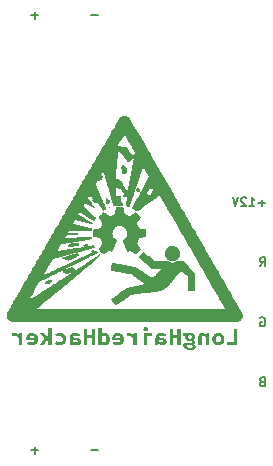
<source format=gbo>
G04 (created by PCBNEW (2013-may-18)-stable) date Mon 01 Jun 2015 11:01:08 PM CEST*
%MOIN*%
G04 Gerber Fmt 3.4, Leading zero omitted, Abs format*
%FSLAX34Y34*%
G01*
G70*
G90*
G04 APERTURE LIST*
%ADD10C,0.00590551*%
%ADD11C,0.00738189*%
%ADD12C,0.0001*%
G04 APERTURE END LIST*
G54D10*
G54D11*
X70331Y-57714D02*
X70289Y-57728D01*
X70275Y-57742D01*
X70260Y-57771D01*
X70260Y-57813D01*
X70275Y-57841D01*
X70289Y-57855D01*
X70317Y-57869D01*
X70429Y-57869D01*
X70429Y-57574D01*
X70331Y-57574D01*
X70303Y-57588D01*
X70289Y-57602D01*
X70275Y-57630D01*
X70275Y-57658D01*
X70289Y-57686D01*
X70303Y-57700D01*
X70331Y-57714D01*
X70429Y-57714D01*
X70275Y-55588D02*
X70303Y-55574D01*
X70345Y-55574D01*
X70387Y-55588D01*
X70415Y-55616D01*
X70429Y-55644D01*
X70443Y-55700D01*
X70443Y-55742D01*
X70429Y-55799D01*
X70415Y-55827D01*
X70387Y-55855D01*
X70345Y-55869D01*
X70317Y-55869D01*
X70275Y-55855D01*
X70260Y-55841D01*
X70260Y-55742D01*
X70317Y-55742D01*
X70260Y-53869D02*
X70359Y-53728D01*
X70429Y-53869D02*
X70429Y-53574D01*
X70317Y-53574D01*
X70289Y-53588D01*
X70275Y-53602D01*
X70260Y-53630D01*
X70260Y-53672D01*
X70275Y-53700D01*
X70289Y-53714D01*
X70317Y-53728D01*
X70429Y-53728D01*
X70429Y-51757D02*
X70204Y-51757D01*
X70317Y-51869D02*
X70317Y-51644D01*
X69909Y-51869D02*
X70078Y-51869D01*
X69993Y-51869D02*
X69993Y-51574D01*
X70021Y-51616D01*
X70050Y-51644D01*
X70078Y-51658D01*
X69796Y-51602D02*
X69782Y-51588D01*
X69754Y-51574D01*
X69684Y-51574D01*
X69656Y-51588D01*
X69642Y-51602D01*
X69628Y-51630D01*
X69628Y-51658D01*
X69642Y-51700D01*
X69811Y-51869D01*
X69628Y-51869D01*
X69543Y-51574D02*
X69445Y-51869D01*
X69347Y-51574D01*
X64862Y-60007D02*
X64637Y-60007D01*
X62862Y-60007D02*
X62637Y-60007D01*
X62749Y-60119D02*
X62749Y-59894D01*
X64862Y-45507D02*
X64637Y-45507D01*
X62862Y-45507D02*
X62637Y-45507D01*
X62749Y-45619D02*
X62749Y-45394D01*
G54D12*
G36*
X67704Y-56509D02*
X67705Y-56529D01*
X67708Y-56546D01*
X67713Y-56561D01*
X67722Y-56576D01*
X67735Y-56591D01*
X67738Y-56594D01*
X67755Y-56609D01*
X67773Y-56621D01*
X67795Y-56632D01*
X67815Y-56639D01*
X67815Y-56532D01*
X67818Y-56523D01*
X67824Y-56516D01*
X67834Y-56511D01*
X67839Y-56509D01*
X67845Y-56508D01*
X67855Y-56507D01*
X67869Y-56506D01*
X67887Y-56506D01*
X67908Y-56505D01*
X67918Y-56505D01*
X67934Y-56504D01*
X67949Y-56504D01*
X67962Y-56503D01*
X67973Y-56503D01*
X67982Y-56502D01*
X67988Y-56502D01*
X67990Y-56501D01*
X67993Y-56501D01*
X67997Y-56503D01*
X68001Y-56506D01*
X68005Y-56510D01*
X68014Y-56520D01*
X68020Y-56530D01*
X68021Y-56540D01*
X68019Y-56551D01*
X68014Y-56560D01*
X68005Y-56567D01*
X67992Y-56574D01*
X67977Y-56579D01*
X67959Y-56583D01*
X67955Y-56583D01*
X67944Y-56584D01*
X67931Y-56584D01*
X67917Y-56584D01*
X67902Y-56584D01*
X67889Y-56583D01*
X67877Y-56581D01*
X67873Y-56580D01*
X67857Y-56576D01*
X67843Y-56570D01*
X67832Y-56563D01*
X67823Y-56555D01*
X67817Y-56547D01*
X67815Y-56542D01*
X67815Y-56532D01*
X67815Y-56639D01*
X67819Y-56641D01*
X67846Y-56648D01*
X67867Y-56652D01*
X67880Y-56654D01*
X67895Y-56656D01*
X67912Y-56657D01*
X67930Y-56657D01*
X67948Y-56657D01*
X67964Y-56657D01*
X67978Y-56656D01*
X67981Y-56656D01*
X68010Y-56652D01*
X68035Y-56646D01*
X68057Y-56638D01*
X68075Y-56628D01*
X68091Y-56616D01*
X68103Y-56603D01*
X68111Y-56588D01*
X68112Y-56586D01*
X68115Y-56572D01*
X68116Y-56557D01*
X68115Y-56542D01*
X68112Y-56531D01*
X68106Y-56521D01*
X68098Y-56510D01*
X68087Y-56499D01*
X68076Y-56490D01*
X68070Y-56486D01*
X68064Y-56482D01*
X68059Y-56479D01*
X68057Y-56477D01*
X68057Y-56476D01*
X68058Y-56474D01*
X68062Y-56470D01*
X68066Y-56467D01*
X68078Y-56455D01*
X68087Y-56441D01*
X68093Y-56426D01*
X68095Y-56411D01*
X68094Y-56395D01*
X68090Y-56383D01*
X68086Y-56374D01*
X68079Y-56363D01*
X68070Y-56353D01*
X68062Y-56344D01*
X68059Y-56342D01*
X68054Y-56338D01*
X68050Y-56335D01*
X68049Y-56333D01*
X68050Y-56331D01*
X68054Y-56327D01*
X68059Y-56322D01*
X68062Y-56318D01*
X68076Y-56303D01*
X68087Y-56286D01*
X68094Y-56267D01*
X68098Y-56247D01*
X68099Y-56236D01*
X68099Y-56212D01*
X68095Y-56190D01*
X68087Y-56169D01*
X68077Y-56151D01*
X68063Y-56134D01*
X68045Y-56120D01*
X68025Y-56108D01*
X68002Y-56098D01*
X67976Y-56091D01*
X67973Y-56090D01*
X67961Y-56088D01*
X67948Y-56087D01*
X67933Y-56087D01*
X67918Y-56087D01*
X67905Y-56088D01*
X67893Y-56089D01*
X67889Y-56090D01*
X67885Y-56091D01*
X67881Y-56092D01*
X67875Y-56092D01*
X67868Y-56093D01*
X67859Y-56093D01*
X67847Y-56093D01*
X67833Y-56094D01*
X67815Y-56094D01*
X67795Y-56094D01*
X67791Y-56094D01*
X67706Y-56095D01*
X67706Y-56138D01*
X67707Y-56180D01*
X67746Y-56181D01*
X67758Y-56181D01*
X67768Y-56182D01*
X67776Y-56182D01*
X67782Y-56182D01*
X67784Y-56183D01*
X67784Y-56183D01*
X67779Y-56194D01*
X67775Y-56202D01*
X67772Y-56208D01*
X67771Y-56214D01*
X67770Y-56220D01*
X67769Y-56228D01*
X67769Y-56231D01*
X67770Y-56254D01*
X67774Y-56275D01*
X67782Y-56294D01*
X67793Y-56311D01*
X67807Y-56326D01*
X67825Y-56339D01*
X67845Y-56349D01*
X67869Y-56357D01*
X67871Y-56358D01*
X67872Y-56358D01*
X67872Y-56230D01*
X67872Y-56230D01*
X67873Y-56216D01*
X67874Y-56206D01*
X67877Y-56197D01*
X67882Y-56190D01*
X67888Y-56183D01*
X67900Y-56173D01*
X67913Y-56168D01*
X67928Y-56165D01*
X67931Y-56165D01*
X67946Y-56167D01*
X67958Y-56171D01*
X67969Y-56178D01*
X67975Y-56183D01*
X67982Y-56193D01*
X67986Y-56203D01*
X67989Y-56215D01*
X67990Y-56230D01*
X67988Y-56247D01*
X67984Y-56262D01*
X67977Y-56274D01*
X67968Y-56283D01*
X67955Y-56290D01*
X67953Y-56291D01*
X67945Y-56293D01*
X67936Y-56293D01*
X67925Y-56293D01*
X67915Y-56292D01*
X67907Y-56290D01*
X67905Y-56289D01*
X67892Y-56281D01*
X67883Y-56271D01*
X67878Y-56263D01*
X67875Y-56257D01*
X67874Y-56252D01*
X67873Y-56247D01*
X67872Y-56240D01*
X67872Y-56230D01*
X67872Y-56358D01*
X67886Y-56361D01*
X67904Y-56363D01*
X67922Y-56364D01*
X67941Y-56364D01*
X67957Y-56363D01*
X67968Y-56361D01*
X67986Y-56358D01*
X67992Y-56363D01*
X67999Y-56371D01*
X68002Y-56379D01*
X68003Y-56388D01*
X68000Y-56397D01*
X67996Y-56403D01*
X67993Y-56406D01*
X67989Y-56408D01*
X67985Y-56410D01*
X67981Y-56411D01*
X67975Y-56412D01*
X67967Y-56413D01*
X67957Y-56414D01*
X67944Y-56415D01*
X67929Y-56415D01*
X67910Y-56416D01*
X67896Y-56416D01*
X67879Y-56416D01*
X67862Y-56417D01*
X67846Y-56417D01*
X67833Y-56418D01*
X67821Y-56419D01*
X67813Y-56419D01*
X67807Y-56420D01*
X67807Y-56420D01*
X67783Y-56425D01*
X67762Y-56431D01*
X67744Y-56440D01*
X67730Y-56451D01*
X67718Y-56463D01*
X67711Y-56474D01*
X67709Y-56481D01*
X67707Y-56486D01*
X67705Y-56492D01*
X67705Y-56499D01*
X67704Y-56509D01*
X67704Y-56509D01*
X67704Y-56509D01*
X67704Y-56509D01*
G37*
G36*
X68674Y-56294D02*
X68674Y-56307D01*
X68675Y-56318D01*
X68675Y-56326D01*
X68676Y-56333D01*
X68677Y-56339D01*
X68678Y-56346D01*
X68680Y-56352D01*
X68688Y-56377D01*
X68699Y-56400D01*
X68713Y-56420D01*
X68728Y-56438D01*
X68742Y-56452D01*
X68757Y-56463D01*
X68772Y-56473D01*
X68786Y-56480D01*
X68794Y-56483D01*
X68794Y-56287D01*
X68794Y-56273D01*
X68795Y-56261D01*
X68796Y-56256D01*
X68801Y-56238D01*
X68808Y-56222D01*
X68817Y-56207D01*
X68827Y-56196D01*
X68839Y-56188D01*
X68841Y-56187D01*
X68846Y-56185D01*
X68851Y-56184D01*
X68857Y-56183D01*
X68865Y-56182D01*
X68874Y-56182D01*
X68884Y-56182D01*
X68892Y-56183D01*
X68897Y-56184D01*
X68902Y-56185D01*
X68907Y-56187D01*
X68908Y-56187D01*
X68921Y-56196D01*
X68932Y-56207D01*
X68941Y-56222D01*
X68948Y-56239D01*
X68950Y-56245D01*
X68952Y-56255D01*
X68953Y-56266D01*
X68954Y-56280D01*
X68954Y-56294D01*
X68954Y-56307D01*
X68954Y-56319D01*
X68953Y-56323D01*
X68949Y-56344D01*
X68942Y-56362D01*
X68933Y-56377D01*
X68922Y-56388D01*
X68909Y-56397D01*
X68902Y-56400D01*
X68892Y-56403D01*
X68880Y-56404D01*
X68866Y-56404D01*
X68854Y-56402D01*
X68845Y-56400D01*
X68832Y-56393D01*
X68821Y-56383D01*
X68811Y-56370D01*
X68803Y-56354D01*
X68798Y-56340D01*
X68796Y-56330D01*
X68795Y-56317D01*
X68794Y-56302D01*
X68794Y-56287D01*
X68794Y-56483D01*
X68804Y-56488D01*
X68823Y-56493D01*
X68844Y-56497D01*
X68853Y-56498D01*
X68863Y-56499D01*
X68871Y-56500D01*
X68877Y-56500D01*
X68884Y-56500D01*
X68891Y-56499D01*
X68919Y-56495D01*
X68946Y-56487D01*
X68971Y-56476D01*
X68994Y-56462D01*
X69014Y-56445D01*
X69032Y-56425D01*
X69047Y-56403D01*
X69054Y-56391D01*
X69058Y-56380D01*
X69063Y-56368D01*
X69067Y-56357D01*
X69068Y-56352D01*
X69070Y-56345D01*
X69072Y-56338D01*
X69073Y-56332D01*
X69073Y-56325D01*
X69074Y-56316D01*
X69074Y-56305D01*
X69074Y-56294D01*
X69074Y-56280D01*
X69074Y-56269D01*
X69073Y-56260D01*
X69073Y-56253D01*
X69072Y-56246D01*
X69070Y-56240D01*
X69070Y-56239D01*
X69061Y-56211D01*
X69049Y-56185D01*
X69034Y-56163D01*
X69016Y-56143D01*
X68996Y-56125D01*
X68973Y-56111D01*
X68947Y-56099D01*
X68919Y-56091D01*
X68917Y-56090D01*
X68901Y-56088D01*
X68883Y-56087D01*
X68864Y-56087D01*
X68847Y-56088D01*
X68834Y-56090D01*
X68807Y-56097D01*
X68781Y-56108D01*
X68758Y-56122D01*
X68737Y-56139D01*
X68718Y-56159D01*
X68703Y-56181D01*
X68690Y-56205D01*
X68680Y-56232D01*
X68679Y-56238D01*
X68677Y-56245D01*
X68676Y-56251D01*
X68675Y-56258D01*
X68675Y-56266D01*
X68674Y-56276D01*
X68674Y-56289D01*
X68674Y-56294D01*
X68674Y-56294D01*
X68674Y-56294D01*
G37*
G36*
X66778Y-56491D02*
X66826Y-56490D01*
X66873Y-56490D01*
X66878Y-56469D01*
X66879Y-56460D01*
X66881Y-56453D01*
X66882Y-56448D01*
X66883Y-56446D01*
X66885Y-56447D01*
X66889Y-56449D01*
X66894Y-56452D01*
X66894Y-56372D01*
X66895Y-56339D01*
X66895Y-56307D01*
X66905Y-56307D01*
X66929Y-56309D01*
X66952Y-56312D01*
X66973Y-56316D01*
X66992Y-56321D01*
X67000Y-56324D01*
X67015Y-56330D01*
X67026Y-56338D01*
X67035Y-56346D01*
X67040Y-56356D01*
X67042Y-56368D01*
X67042Y-56372D01*
X67041Y-56380D01*
X67040Y-56387D01*
X67037Y-56390D01*
X67031Y-56398D01*
X67020Y-56403D01*
X67008Y-56407D01*
X66994Y-56408D01*
X66978Y-56408D01*
X66962Y-56406D01*
X66956Y-56405D01*
X66946Y-56401D01*
X66935Y-56397D01*
X66923Y-56390D01*
X66910Y-56382D01*
X66909Y-56382D01*
X66894Y-56372D01*
X66894Y-56452D01*
X66895Y-56453D01*
X66900Y-56456D01*
X66920Y-56469D01*
X66942Y-56480D01*
X66963Y-56488D01*
X66983Y-56495D01*
X66991Y-56496D01*
X67004Y-56498D01*
X67019Y-56499D01*
X67033Y-56499D01*
X67045Y-56499D01*
X67045Y-56499D01*
X67068Y-56494D01*
X67088Y-56486D01*
X67107Y-56475D01*
X67122Y-56462D01*
X67135Y-56447D01*
X67145Y-56429D01*
X67151Y-56411D01*
X67153Y-56401D01*
X67154Y-56389D01*
X67154Y-56376D01*
X67153Y-56363D01*
X67152Y-56352D01*
X67152Y-56352D01*
X67146Y-56334D01*
X67137Y-56317D01*
X67125Y-56302D01*
X67109Y-56289D01*
X67096Y-56280D01*
X67078Y-56271D01*
X67056Y-56263D01*
X67031Y-56255D01*
X67003Y-56249D01*
X66972Y-56244D01*
X66939Y-56240D01*
X66922Y-56238D01*
X66894Y-56236D01*
X66895Y-56231D01*
X66901Y-56216D01*
X66909Y-56203D01*
X66921Y-56193D01*
X66935Y-56186D01*
X66951Y-56182D01*
X66971Y-56179D01*
X66993Y-56180D01*
X67016Y-56184D01*
X67041Y-56191D01*
X67067Y-56201D01*
X67080Y-56207D01*
X67088Y-56210D01*
X67094Y-56213D01*
X67098Y-56214D01*
X67100Y-56215D01*
X67101Y-56212D01*
X67104Y-56207D01*
X67108Y-56200D01*
X67112Y-56192D01*
X67118Y-56182D01*
X67123Y-56172D01*
X67128Y-56162D01*
X67133Y-56154D01*
X67136Y-56147D01*
X67139Y-56141D01*
X67140Y-56139D01*
X67140Y-56139D01*
X67135Y-56136D01*
X67128Y-56132D01*
X67118Y-56127D01*
X67106Y-56122D01*
X67094Y-56116D01*
X67081Y-56111D01*
X67068Y-56106D01*
X67057Y-56102D01*
X67053Y-56101D01*
X67032Y-56095D01*
X67009Y-56091D01*
X66985Y-56088D01*
X66962Y-56086D01*
X66939Y-56087D01*
X66919Y-56088D01*
X66911Y-56090D01*
X66885Y-56096D01*
X66861Y-56106D01*
X66841Y-56118D01*
X66823Y-56132D01*
X66808Y-56150D01*
X66796Y-56170D01*
X66792Y-56180D01*
X66789Y-56186D01*
X66787Y-56191D01*
X66786Y-56196D01*
X66784Y-56202D01*
X66783Y-56207D01*
X66782Y-56214D01*
X66781Y-56221D01*
X66780Y-56230D01*
X66780Y-56241D01*
X66779Y-56253D01*
X66779Y-56268D01*
X66779Y-56286D01*
X66779Y-56306D01*
X66779Y-56330D01*
X66778Y-56357D01*
X66778Y-56491D01*
X66778Y-56491D01*
X66778Y-56491D01*
G37*
G36*
X65339Y-56261D02*
X65339Y-56271D01*
X65339Y-56284D01*
X65340Y-56295D01*
X65340Y-56306D01*
X65341Y-56314D01*
X65341Y-56320D01*
X65342Y-56323D01*
X65343Y-56327D01*
X65444Y-56327D01*
X65444Y-56249D01*
X65445Y-56240D01*
X65447Y-56223D01*
X65453Y-56209D01*
X65462Y-56197D01*
X65473Y-56187D01*
X65487Y-56180D01*
X65504Y-56176D01*
X65519Y-56176D01*
X65538Y-56177D01*
X65555Y-56181D01*
X65570Y-56189D01*
X65584Y-56200D01*
X65591Y-56207D01*
X65597Y-56216D01*
X65602Y-56227D01*
X65606Y-56237D01*
X65608Y-56243D01*
X65609Y-56250D01*
X65527Y-56250D01*
X65444Y-56249D01*
X65444Y-56327D01*
X65476Y-56327D01*
X65609Y-56327D01*
X65608Y-56333D01*
X65602Y-56351D01*
X65595Y-56367D01*
X65584Y-56380D01*
X65571Y-56390D01*
X65558Y-56397D01*
X65544Y-56403D01*
X65528Y-56407D01*
X65511Y-56409D01*
X65491Y-56410D01*
X65485Y-56409D01*
X65466Y-56408D01*
X65449Y-56405D01*
X65432Y-56401D01*
X65415Y-56394D01*
X65409Y-56391D01*
X65402Y-56388D01*
X65396Y-56386D01*
X65392Y-56385D01*
X65392Y-56385D01*
X65391Y-56387D01*
X65388Y-56392D01*
X65383Y-56399D01*
X65378Y-56409D01*
X65373Y-56419D01*
X65372Y-56420D01*
X65366Y-56432D01*
X65361Y-56441D01*
X65358Y-56447D01*
X65356Y-56452D01*
X65356Y-56454D01*
X65357Y-56456D01*
X65359Y-56457D01*
X65365Y-56460D01*
X65373Y-56464D01*
X65381Y-56468D01*
X65383Y-56469D01*
X65406Y-56479D01*
X65427Y-56487D01*
X65449Y-56493D01*
X65472Y-56497D01*
X65487Y-56499D01*
X65498Y-56499D01*
X65506Y-56500D01*
X65514Y-56500D01*
X65522Y-56500D01*
X65532Y-56499D01*
X65538Y-56498D01*
X65568Y-56494D01*
X65595Y-56486D01*
X65621Y-56475D01*
X65644Y-56461D01*
X65665Y-56445D01*
X65684Y-56426D01*
X65699Y-56404D01*
X65712Y-56380D01*
X65718Y-56364D01*
X65724Y-56340D01*
X65728Y-56316D01*
X65729Y-56290D01*
X65727Y-56264D01*
X65723Y-56240D01*
X65716Y-56217D01*
X65713Y-56210D01*
X65700Y-56185D01*
X65685Y-56162D01*
X65666Y-56142D01*
X65645Y-56125D01*
X65621Y-56110D01*
X65596Y-56099D01*
X65568Y-56091D01*
X65559Y-56089D01*
X65548Y-56087D01*
X65534Y-56087D01*
X65519Y-56087D01*
X65503Y-56087D01*
X65489Y-56089D01*
X65476Y-56090D01*
X65476Y-56090D01*
X65451Y-56097D01*
X65428Y-56108D01*
X65407Y-56121D01*
X65389Y-56136D01*
X65386Y-56140D01*
X65371Y-56158D01*
X65360Y-56177D01*
X65351Y-56199D01*
X65344Y-56223D01*
X65343Y-56229D01*
X65341Y-56237D01*
X65340Y-56245D01*
X65339Y-56252D01*
X65339Y-56261D01*
X65339Y-56261D01*
X65339Y-56261D01*
G37*
G36*
X64876Y-56491D02*
X64923Y-56491D01*
X64938Y-56491D01*
X64949Y-56491D01*
X64958Y-56490D01*
X64964Y-56490D01*
X64967Y-56490D01*
X64970Y-56489D01*
X64971Y-56488D01*
X64971Y-56487D01*
X64972Y-56484D01*
X64973Y-56478D01*
X64975Y-56470D01*
X64975Y-56467D01*
X64977Y-56459D01*
X64978Y-56453D01*
X64979Y-56450D01*
X64979Y-56450D01*
X64981Y-56451D01*
X64985Y-56453D01*
X64991Y-56458D01*
X64992Y-56459D01*
X64992Y-56368D01*
X64993Y-56287D01*
X64993Y-56206D01*
X65004Y-56199D01*
X65019Y-56190D01*
X65036Y-56185D01*
X65055Y-56182D01*
X65058Y-56182D01*
X65067Y-56183D01*
X65074Y-56183D01*
X65080Y-56185D01*
X65087Y-56187D01*
X65087Y-56188D01*
X65102Y-56197D01*
X65114Y-56209D01*
X65124Y-56224D01*
X65132Y-56242D01*
X65133Y-56248D01*
X65135Y-56257D01*
X65136Y-56269D01*
X65137Y-56283D01*
X65137Y-56297D01*
X65136Y-56312D01*
X65135Y-56325D01*
X65134Y-56336D01*
X65133Y-56340D01*
X65127Y-56358D01*
X65120Y-56373D01*
X65113Y-56382D01*
X65103Y-56392D01*
X65092Y-56398D01*
X65079Y-56402D01*
X65064Y-56403D01*
X65057Y-56403D01*
X65047Y-56403D01*
X65039Y-56401D01*
X65032Y-56399D01*
X65027Y-56396D01*
X65013Y-56388D01*
X65003Y-56379D01*
X64992Y-56368D01*
X64992Y-56459D01*
X64996Y-56462D01*
X65009Y-56471D01*
X65022Y-56479D01*
X65036Y-56487D01*
X65049Y-56492D01*
X65059Y-56495D01*
X65074Y-56498D01*
X65092Y-56499D01*
X65108Y-56499D01*
X65114Y-56498D01*
X65128Y-56496D01*
X65143Y-56491D01*
X65158Y-56486D01*
X65171Y-56479D01*
X65173Y-56479D01*
X65183Y-56471D01*
X65195Y-56462D01*
X65206Y-56451D01*
X65216Y-56440D01*
X65223Y-56429D01*
X65224Y-56429D01*
X65235Y-56407D01*
X65245Y-56382D01*
X65252Y-56355D01*
X65256Y-56327D01*
X65258Y-56299D01*
X65257Y-56270D01*
X65253Y-56242D01*
X65253Y-56241D01*
X65246Y-56214D01*
X65236Y-56189D01*
X65224Y-56166D01*
X65209Y-56146D01*
X65192Y-56128D01*
X65173Y-56113D01*
X65152Y-56101D01*
X65129Y-56092D01*
X65121Y-56090D01*
X65110Y-56088D01*
X65096Y-56087D01*
X65082Y-56087D01*
X65069Y-56087D01*
X65057Y-56089D01*
X65054Y-56090D01*
X65040Y-56095D01*
X65025Y-56102D01*
X65010Y-56111D01*
X65002Y-56117D01*
X64996Y-56121D01*
X64992Y-56124D01*
X64989Y-56126D01*
X64989Y-56126D01*
X64989Y-56123D01*
X64989Y-56118D01*
X64989Y-56110D01*
X64990Y-56101D01*
X64990Y-56097D01*
X64990Y-56089D01*
X64991Y-56077D01*
X64991Y-56062D01*
X64992Y-56046D01*
X64992Y-56029D01*
X64992Y-56011D01*
X64992Y-56001D01*
X64992Y-55931D01*
X64934Y-55931D01*
X64876Y-55931D01*
X64876Y-56211D01*
X64876Y-56491D01*
X64876Y-56491D01*
X64876Y-56491D01*
G37*
G36*
X63914Y-56491D02*
X63962Y-56491D01*
X64010Y-56491D01*
X64014Y-56469D01*
X64016Y-56460D01*
X64018Y-56453D01*
X64019Y-56448D01*
X64020Y-56446D01*
X64021Y-56447D01*
X64026Y-56449D01*
X64032Y-56453D01*
X64033Y-56453D01*
X64033Y-56372D01*
X64033Y-56339D01*
X64033Y-56306D01*
X64052Y-56308D01*
X64081Y-56311D01*
X64105Y-56315D01*
X64127Y-56320D01*
X64144Y-56326D01*
X64158Y-56334D01*
X64169Y-56342D01*
X64175Y-56352D01*
X64178Y-56358D01*
X64180Y-56370D01*
X64178Y-56382D01*
X64173Y-56392D01*
X64166Y-56399D01*
X64159Y-56403D01*
X64148Y-56407D01*
X64134Y-56408D01*
X64119Y-56408D01*
X64103Y-56407D01*
X64091Y-56404D01*
X64078Y-56399D01*
X64065Y-56393D01*
X64051Y-56385D01*
X64044Y-56380D01*
X64033Y-56372D01*
X64033Y-56453D01*
X64039Y-56457D01*
X64065Y-56473D01*
X64092Y-56485D01*
X64119Y-56494D01*
X64145Y-56499D01*
X64171Y-56499D01*
X64183Y-56498D01*
X64202Y-56495D01*
X64220Y-56488D01*
X64237Y-56480D01*
X64251Y-56470D01*
X64260Y-56462D01*
X64273Y-56446D01*
X64282Y-56429D01*
X64288Y-56410D01*
X64291Y-56389D01*
X64291Y-56381D01*
X64290Y-56359D01*
X64285Y-56339D01*
X64277Y-56322D01*
X64266Y-56306D01*
X64251Y-56292D01*
X64232Y-56279D01*
X64226Y-56276D01*
X64207Y-56268D01*
X64186Y-56261D01*
X64161Y-56254D01*
X64134Y-56248D01*
X64105Y-56244D01*
X64074Y-56240D01*
X64050Y-56237D01*
X64041Y-56237D01*
X64036Y-56236D01*
X64033Y-56233D01*
X64033Y-56230D01*
X64034Y-56224D01*
X64036Y-56220D01*
X64042Y-56208D01*
X64051Y-56198D01*
X64063Y-56190D01*
X64077Y-56184D01*
X64094Y-56181D01*
X64112Y-56179D01*
X64132Y-56180D01*
X64152Y-56184D01*
X64174Y-56189D01*
X64179Y-56191D01*
X64189Y-56195D01*
X64201Y-56200D01*
X64212Y-56204D01*
X64217Y-56206D01*
X64225Y-56210D01*
X64231Y-56212D01*
X64235Y-56214D01*
X64237Y-56214D01*
X64238Y-56212D01*
X64240Y-56208D01*
X64244Y-56201D01*
X64249Y-56192D01*
X64254Y-56183D01*
X64259Y-56173D01*
X64265Y-56163D01*
X64269Y-56155D01*
X64273Y-56148D01*
X64275Y-56143D01*
X64276Y-56141D01*
X64276Y-56140D01*
X64274Y-56138D01*
X64270Y-56135D01*
X64263Y-56131D01*
X64254Y-56127D01*
X64251Y-56125D01*
X64217Y-56111D01*
X64184Y-56099D01*
X64153Y-56091D01*
X64137Y-56089D01*
X64125Y-56088D01*
X64111Y-56087D01*
X64095Y-56087D01*
X64080Y-56087D01*
X64065Y-56088D01*
X64052Y-56089D01*
X64048Y-56090D01*
X64023Y-56096D01*
X64000Y-56105D01*
X63979Y-56117D01*
X63961Y-56132D01*
X63946Y-56149D01*
X63934Y-56168D01*
X63925Y-56190D01*
X63922Y-56199D01*
X63921Y-56206D01*
X63920Y-56212D01*
X63918Y-56219D01*
X63917Y-56227D01*
X63917Y-56235D01*
X63916Y-56245D01*
X63915Y-56257D01*
X63915Y-56270D01*
X63915Y-56286D01*
X63915Y-56305D01*
X63914Y-56326D01*
X63914Y-56351D01*
X63914Y-56370D01*
X63914Y-56491D01*
X63914Y-56491D01*
X63914Y-56491D01*
G37*
G36*
X63429Y-56440D02*
X63430Y-56443D01*
X63434Y-56446D01*
X63440Y-56451D01*
X63448Y-56457D01*
X63457Y-56463D01*
X63467Y-56469D01*
X63470Y-56470D01*
X63497Y-56482D01*
X63525Y-56491D01*
X63556Y-56497D01*
X63567Y-56498D01*
X63578Y-56499D01*
X63586Y-56500D01*
X63593Y-56500D01*
X63600Y-56500D01*
X63608Y-56499D01*
X63637Y-56496D01*
X63663Y-56490D01*
X63688Y-56482D01*
X63694Y-56479D01*
X63706Y-56473D01*
X63719Y-56466D01*
X63732Y-56457D01*
X63743Y-56449D01*
X63749Y-56444D01*
X63759Y-56434D01*
X63769Y-56421D01*
X63779Y-56408D01*
X63787Y-56394D01*
X63788Y-56391D01*
X63798Y-56367D01*
X63805Y-56341D01*
X63809Y-56315D01*
X63810Y-56288D01*
X63808Y-56261D01*
X63803Y-56236D01*
X63794Y-56212D01*
X63790Y-56202D01*
X63776Y-56178D01*
X63759Y-56157D01*
X63739Y-56138D01*
X63716Y-56122D01*
X63690Y-56109D01*
X63664Y-56099D01*
X63644Y-56093D01*
X63626Y-56090D01*
X63607Y-56088D01*
X63586Y-56087D01*
X63581Y-56087D01*
X63557Y-56088D01*
X63534Y-56090D01*
X63514Y-56095D01*
X63493Y-56103D01*
X63476Y-56111D01*
X63467Y-56116D01*
X63457Y-56121D01*
X63449Y-56127D01*
X63442Y-56132D01*
X63437Y-56136D01*
X63435Y-56140D01*
X63435Y-56141D01*
X63437Y-56143D01*
X63441Y-56149D01*
X63446Y-56156D01*
X63452Y-56164D01*
X63459Y-56173D01*
X63466Y-56182D01*
X63472Y-56191D01*
X63478Y-56199D01*
X63483Y-56205D01*
X63486Y-56209D01*
X63488Y-56211D01*
X63488Y-56211D01*
X63490Y-56210D01*
X63494Y-56207D01*
X63500Y-56204D01*
X63501Y-56203D01*
X63509Y-56198D01*
X63519Y-56194D01*
X63529Y-56189D01*
X63530Y-56189D01*
X63539Y-56186D01*
X63546Y-56184D01*
X63553Y-56183D01*
X63562Y-56182D01*
X63571Y-56182D01*
X63592Y-56182D01*
X63611Y-56185D01*
X63628Y-56191D01*
X63643Y-56200D01*
X63657Y-56211D01*
X63669Y-56224D01*
X63678Y-56239D01*
X63685Y-56256D01*
X63688Y-56276D01*
X63689Y-56285D01*
X63689Y-56307D01*
X63685Y-56327D01*
X63679Y-56346D01*
X63669Y-56362D01*
X63656Y-56377D01*
X63641Y-56388D01*
X63624Y-56397D01*
X63612Y-56401D01*
X63601Y-56403D01*
X63587Y-56404D01*
X63573Y-56404D01*
X63558Y-56403D01*
X63546Y-56401D01*
X63542Y-56400D01*
X63530Y-56396D01*
X63516Y-56391D01*
X63502Y-56384D01*
X63488Y-56376D01*
X63484Y-56374D01*
X63479Y-56371D01*
X63475Y-56369D01*
X63474Y-56369D01*
X63473Y-56371D01*
X63470Y-56376D01*
X63465Y-56382D01*
X63460Y-56391D01*
X63454Y-56400D01*
X63448Y-56410D01*
X63442Y-56419D01*
X63437Y-56427D01*
X63432Y-56434D01*
X63430Y-56438D01*
X63429Y-56440D01*
X63429Y-56440D01*
X63429Y-56440D01*
G37*
G36*
X62475Y-56273D02*
X62475Y-56285D01*
X62476Y-56297D01*
X62476Y-56307D01*
X62476Y-56314D01*
X62477Y-56318D01*
X62478Y-56327D01*
X62581Y-56327D01*
X62581Y-56250D01*
X62581Y-56242D01*
X62582Y-56233D01*
X62584Y-56223D01*
X62587Y-56214D01*
X62590Y-56207D01*
X62593Y-56203D01*
X62598Y-56197D01*
X62601Y-56194D01*
X62609Y-56187D01*
X62619Y-56181D01*
X62631Y-56178D01*
X62646Y-56176D01*
X62651Y-56176D01*
X62667Y-56176D01*
X62681Y-56178D01*
X62694Y-56182D01*
X62702Y-56186D01*
X62710Y-56191D01*
X62719Y-56198D01*
X62727Y-56207D01*
X62733Y-56215D01*
X62733Y-56216D01*
X62736Y-56221D01*
X62739Y-56228D01*
X62742Y-56236D01*
X62745Y-56243D01*
X62746Y-56247D01*
X62746Y-56249D01*
X62744Y-56249D01*
X62739Y-56249D01*
X62730Y-56250D01*
X62719Y-56250D01*
X62705Y-56250D01*
X62690Y-56250D01*
X62673Y-56250D01*
X62663Y-56250D01*
X62581Y-56250D01*
X62581Y-56327D01*
X62611Y-56327D01*
X62638Y-56327D01*
X62661Y-56327D01*
X62680Y-56327D01*
X62696Y-56327D01*
X62710Y-56327D01*
X62721Y-56328D01*
X62729Y-56328D01*
X62735Y-56328D01*
X62739Y-56329D01*
X62742Y-56329D01*
X62744Y-56329D01*
X62744Y-56330D01*
X62743Y-56335D01*
X62741Y-56342D01*
X62738Y-56350D01*
X62735Y-56358D01*
X62732Y-56364D01*
X62732Y-56365D01*
X62722Y-56377D01*
X62710Y-56388D01*
X62695Y-56397D01*
X62677Y-56404D01*
X62663Y-56407D01*
X62654Y-56409D01*
X62645Y-56410D01*
X62634Y-56410D01*
X62621Y-56409D01*
X62620Y-56409D01*
X62604Y-56408D01*
X62591Y-56407D01*
X62578Y-56404D01*
X62565Y-56399D01*
X62550Y-56393D01*
X62547Y-56392D01*
X62539Y-56389D01*
X62533Y-56387D01*
X62528Y-56386D01*
X62527Y-56386D01*
X62526Y-56388D01*
X62523Y-56393D01*
X62519Y-56400D01*
X62514Y-56409D01*
X62508Y-56420D01*
X62508Y-56421D01*
X62501Y-56433D01*
X62497Y-56442D01*
X62494Y-56448D01*
X62492Y-56452D01*
X62492Y-56455D01*
X62492Y-56456D01*
X62495Y-56457D01*
X62500Y-56460D01*
X62508Y-56464D01*
X62514Y-56467D01*
X62541Y-56479D01*
X62571Y-56489D01*
X62601Y-56495D01*
X62631Y-56499D01*
X62660Y-56499D01*
X62674Y-56498D01*
X62704Y-56494D01*
X62732Y-56486D01*
X62757Y-56475D01*
X62781Y-56461D01*
X62802Y-56445D01*
X62820Y-56426D01*
X62835Y-56404D01*
X62847Y-56381D01*
X62857Y-56355D01*
X62861Y-56334D01*
X62863Y-56320D01*
X62864Y-56303D01*
X62864Y-56286D01*
X62863Y-56269D01*
X62862Y-56257D01*
X62857Y-56231D01*
X62847Y-56206D01*
X62835Y-56182D01*
X62820Y-56161D01*
X62802Y-56142D01*
X62781Y-56125D01*
X62758Y-56110D01*
X62733Y-56099D01*
X62707Y-56091D01*
X62695Y-56089D01*
X62687Y-56088D01*
X62676Y-56087D01*
X62664Y-56087D01*
X62651Y-56087D01*
X62639Y-56087D01*
X62629Y-56088D01*
X62626Y-56088D01*
X62602Y-56093D01*
X62578Y-56101D01*
X62556Y-56112D01*
X62537Y-56125D01*
X62520Y-56141D01*
X62515Y-56147D01*
X62507Y-56159D01*
X62499Y-56173D01*
X62491Y-56189D01*
X62485Y-56205D01*
X62481Y-56218D01*
X62479Y-56226D01*
X62477Y-56232D01*
X62477Y-56239D01*
X62476Y-56247D01*
X62476Y-56257D01*
X62475Y-56269D01*
X62475Y-56273D01*
X62475Y-56273D01*
X62475Y-56273D01*
G37*
G36*
X69158Y-56491D02*
X69331Y-56491D01*
X69505Y-56491D01*
X69505Y-56231D01*
X69505Y-55971D01*
X69446Y-55971D01*
X69388Y-55971D01*
X69388Y-56181D01*
X69388Y-56392D01*
X69273Y-56392D01*
X69158Y-56392D01*
X69158Y-56441D01*
X69158Y-56491D01*
X69158Y-56491D01*
X69158Y-56491D01*
G37*
G36*
X68206Y-56491D02*
X68264Y-56491D01*
X68322Y-56491D01*
X68322Y-56369D01*
X68323Y-56343D01*
X68323Y-56318D01*
X68323Y-56297D01*
X68323Y-56278D01*
X68323Y-56262D01*
X68324Y-56250D01*
X68324Y-56240D01*
X68325Y-56235D01*
X68325Y-56235D01*
X68328Y-56219D01*
X68334Y-56206D01*
X68343Y-56197D01*
X68354Y-56190D01*
X68367Y-56186D01*
X68383Y-56186D01*
X68388Y-56186D01*
X68404Y-56189D01*
X68420Y-56195D01*
X68435Y-56204D01*
X68446Y-56213D01*
X68460Y-56225D01*
X68461Y-56357D01*
X68461Y-56490D01*
X68520Y-56490D01*
X68579Y-56491D01*
X68579Y-56293D01*
X68579Y-56095D01*
X68531Y-56095D01*
X68483Y-56095D01*
X68478Y-56121D01*
X68477Y-56130D01*
X68475Y-56139D01*
X68474Y-56144D01*
X68473Y-56147D01*
X68473Y-56148D01*
X68471Y-56147D01*
X68467Y-56144D01*
X68462Y-56140D01*
X68461Y-56139D01*
X68441Y-56123D01*
X68423Y-56110D01*
X68406Y-56101D01*
X68388Y-56094D01*
X68370Y-56089D01*
X68350Y-56087D01*
X68333Y-56087D01*
X68310Y-56088D01*
X68289Y-56092D01*
X68271Y-56100D01*
X68255Y-56110D01*
X68241Y-56123D01*
X68230Y-56140D01*
X68220Y-56160D01*
X68213Y-56183D01*
X68207Y-56202D01*
X68207Y-56346D01*
X68206Y-56491D01*
X68206Y-56491D01*
X68206Y-56491D01*
G37*
G36*
X67255Y-56491D02*
X67313Y-56491D01*
X67371Y-56491D01*
X67371Y-56382D01*
X67371Y-56274D01*
X67442Y-56274D01*
X67513Y-56274D01*
X67513Y-56382D01*
X67513Y-56491D01*
X67571Y-56491D01*
X67629Y-56491D01*
X67629Y-56231D01*
X67629Y-55971D01*
X67571Y-55971D01*
X67513Y-55971D01*
X67513Y-56071D01*
X67513Y-56172D01*
X67442Y-56172D01*
X67371Y-56172D01*
X67371Y-56071D01*
X67371Y-55971D01*
X67313Y-55971D01*
X67255Y-55971D01*
X67255Y-56231D01*
X67255Y-56491D01*
X67255Y-56491D01*
X67255Y-56491D01*
G37*
G36*
X66388Y-56491D02*
X66446Y-56491D01*
X66504Y-56491D01*
X66504Y-56339D01*
X66504Y-56187D01*
X66584Y-56187D01*
X66664Y-56187D01*
X66664Y-56141D01*
X66664Y-56095D01*
X66526Y-56095D01*
X66388Y-56095D01*
X66388Y-56293D01*
X66388Y-56491D01*
X66388Y-56491D01*
X66388Y-56491D01*
G37*
G36*
X65813Y-56102D02*
X65813Y-56104D01*
X65815Y-56109D01*
X65816Y-56117D01*
X65819Y-56127D01*
X65822Y-56139D01*
X65823Y-56146D01*
X65827Y-56159D01*
X65829Y-56171D01*
X65832Y-56181D01*
X65834Y-56189D01*
X65835Y-56194D01*
X65835Y-56195D01*
X65837Y-56198D01*
X65840Y-56198D01*
X65841Y-56198D01*
X65859Y-56194D01*
X65878Y-56191D01*
X65898Y-56189D01*
X65916Y-56190D01*
X65931Y-56191D01*
X65936Y-56192D01*
X65958Y-56199D01*
X65977Y-56209D01*
X65995Y-56223D01*
X66011Y-56240D01*
X66026Y-56261D01*
X66030Y-56267D01*
X66039Y-56283D01*
X66039Y-56387D01*
X66039Y-56491D01*
X66097Y-56491D01*
X66115Y-56491D01*
X66129Y-56491D01*
X66140Y-56490D01*
X66147Y-56490D01*
X66153Y-56489D01*
X66155Y-56489D01*
X66156Y-56488D01*
X66157Y-56486D01*
X66157Y-56480D01*
X66157Y-56471D01*
X66157Y-56458D01*
X66157Y-56443D01*
X66157Y-56425D01*
X66157Y-56405D01*
X66157Y-56382D01*
X66157Y-56358D01*
X66157Y-56333D01*
X66157Y-56306D01*
X66157Y-56291D01*
X66156Y-56096D01*
X66109Y-56095D01*
X66095Y-56095D01*
X66083Y-56095D01*
X66074Y-56095D01*
X66066Y-56096D01*
X66062Y-56096D01*
X66061Y-56096D01*
X66061Y-56100D01*
X66060Y-56106D01*
X66059Y-56115D01*
X66058Y-56126D01*
X66057Y-56137D01*
X66055Y-56148D01*
X66054Y-56158D01*
X66053Y-56167D01*
X66052Y-56174D01*
X66051Y-56178D01*
X66051Y-56178D01*
X66050Y-56180D01*
X66049Y-56179D01*
X66046Y-56176D01*
X66042Y-56171D01*
X66030Y-56155D01*
X66016Y-56139D01*
X66000Y-56125D01*
X65989Y-56116D01*
X65979Y-56110D01*
X65967Y-56104D01*
X65954Y-56098D01*
X65942Y-56094D01*
X65935Y-56092D01*
X65922Y-56089D01*
X65907Y-56088D01*
X65891Y-56087D01*
X65875Y-56087D01*
X65861Y-56088D01*
X65848Y-56089D01*
X65843Y-56091D01*
X65838Y-56092D01*
X65832Y-56095D01*
X65825Y-56097D01*
X65819Y-56099D01*
X65814Y-56101D01*
X65813Y-56102D01*
X65813Y-56102D01*
X65813Y-56102D01*
G37*
G36*
X64391Y-56491D02*
X64449Y-56491D01*
X64507Y-56491D01*
X64507Y-56382D01*
X64507Y-56274D01*
X64578Y-56274D01*
X64649Y-56274D01*
X64650Y-56382D01*
X64650Y-56490D01*
X64709Y-56490D01*
X64767Y-56491D01*
X64767Y-56231D01*
X64767Y-55971D01*
X64709Y-55971D01*
X64650Y-55972D01*
X64650Y-56072D01*
X64649Y-56172D01*
X64579Y-56171D01*
X64508Y-56171D01*
X64508Y-56071D01*
X64507Y-55971D01*
X64449Y-55971D01*
X64391Y-55971D01*
X64391Y-56231D01*
X64391Y-56491D01*
X64391Y-56491D01*
X64391Y-56491D01*
G37*
G36*
X62921Y-56490D02*
X62923Y-56490D01*
X62929Y-56490D01*
X62937Y-56490D01*
X62948Y-56490D01*
X62961Y-56491D01*
X62976Y-56491D01*
X62984Y-56491D01*
X63047Y-56491D01*
X63097Y-56413D01*
X63107Y-56397D01*
X63117Y-56382D01*
X63125Y-56368D01*
X63133Y-56357D01*
X63139Y-56347D01*
X63144Y-56339D01*
X63147Y-56334D01*
X63149Y-56332D01*
X63150Y-56333D01*
X63155Y-56336D01*
X63161Y-56342D01*
X63170Y-56351D01*
X63180Y-56361D01*
X63209Y-56391D01*
X63209Y-56441D01*
X63209Y-56491D01*
X63267Y-56491D01*
X63325Y-56491D01*
X63325Y-56211D01*
X63325Y-55931D01*
X63267Y-55931D01*
X63209Y-55931D01*
X63209Y-56093D01*
X63209Y-56123D01*
X63209Y-56149D01*
X63209Y-56172D01*
X63209Y-56192D01*
X63209Y-56208D01*
X63209Y-56222D01*
X63208Y-56232D01*
X63208Y-56241D01*
X63208Y-56247D01*
X63207Y-56251D01*
X63207Y-56253D01*
X63207Y-56254D01*
X63205Y-56253D01*
X63201Y-56249D01*
X63194Y-56242D01*
X63186Y-56233D01*
X63177Y-56223D01*
X63165Y-56211D01*
X63153Y-56197D01*
X63140Y-56183D01*
X63132Y-56174D01*
X63060Y-56095D01*
X62997Y-56095D01*
X62981Y-56095D01*
X62967Y-56095D01*
X62955Y-56095D01*
X62945Y-56095D01*
X62938Y-56095D01*
X62934Y-56095D01*
X62933Y-56096D01*
X62935Y-56097D01*
X62938Y-56101D01*
X62944Y-56108D01*
X62952Y-56117D01*
X62962Y-56127D01*
X62973Y-56139D01*
X62985Y-56153D01*
X62998Y-56167D01*
X63007Y-56177D01*
X63021Y-56192D01*
X63034Y-56206D01*
X63046Y-56219D01*
X63056Y-56231D01*
X63065Y-56241D01*
X63072Y-56249D01*
X63077Y-56255D01*
X63080Y-56258D01*
X63080Y-56259D01*
X63079Y-56261D01*
X63076Y-56266D01*
X63071Y-56274D01*
X63064Y-56284D01*
X63055Y-56296D01*
X63046Y-56310D01*
X63035Y-56326D01*
X63023Y-56343D01*
X63010Y-56361D01*
X63000Y-56375D01*
X62987Y-56394D01*
X62975Y-56412D01*
X62963Y-56428D01*
X62953Y-56444D01*
X62944Y-56457D01*
X62936Y-56469D01*
X62929Y-56478D01*
X62925Y-56485D01*
X62922Y-56489D01*
X62921Y-56490D01*
X62921Y-56490D01*
X62921Y-56490D01*
G37*
G36*
X61997Y-56103D02*
X61998Y-56108D01*
X61999Y-56116D01*
X62001Y-56126D01*
X62004Y-56137D01*
X62006Y-56149D01*
X62009Y-56161D01*
X62012Y-56172D01*
X62015Y-56182D01*
X62018Y-56190D01*
X62020Y-56195D01*
X62021Y-56198D01*
X62021Y-56198D01*
X62024Y-56197D01*
X62030Y-56196D01*
X62038Y-56195D01*
X62045Y-56193D01*
X62055Y-56191D01*
X62064Y-56190D01*
X62074Y-56190D01*
X62085Y-56190D01*
X62091Y-56190D01*
X62102Y-56190D01*
X62111Y-56191D01*
X62118Y-56192D01*
X62124Y-56194D01*
X62131Y-56196D01*
X62133Y-56197D01*
X62150Y-56204D01*
X62165Y-56213D01*
X62178Y-56223D01*
X62185Y-56230D01*
X62199Y-56246D01*
X62210Y-56263D01*
X62217Y-56275D01*
X62222Y-56286D01*
X62222Y-56388D01*
X62222Y-56491D01*
X62280Y-56491D01*
X62338Y-56491D01*
X62338Y-56293D01*
X62338Y-56095D01*
X62291Y-56095D01*
X62244Y-56095D01*
X62243Y-56101D01*
X62242Y-56105D01*
X62241Y-56112D01*
X62240Y-56122D01*
X62239Y-56133D01*
X62238Y-56144D01*
X62236Y-56158D01*
X62235Y-56168D01*
X62234Y-56176D01*
X62233Y-56180D01*
X62232Y-56182D01*
X62231Y-56181D01*
X62230Y-56180D01*
X62228Y-56176D01*
X62224Y-56170D01*
X62218Y-56162D01*
X62211Y-56154D01*
X62205Y-56146D01*
X62198Y-56139D01*
X62194Y-56135D01*
X62174Y-56118D01*
X62152Y-56105D01*
X62128Y-56095D01*
X62103Y-56089D01*
X62076Y-56086D01*
X62052Y-56087D01*
X62041Y-56088D01*
X62029Y-56090D01*
X62018Y-56093D01*
X62007Y-56096D01*
X62000Y-56099D01*
X61998Y-56101D01*
X61997Y-56103D01*
X61997Y-56103D01*
X61997Y-56103D01*
G37*
G36*
X66374Y-55974D02*
X66376Y-55987D01*
X66377Y-55989D01*
X66384Y-56003D01*
X66393Y-56015D01*
X66406Y-56025D01*
X66420Y-56032D01*
X66421Y-56033D01*
X66431Y-56035D01*
X66444Y-56036D01*
X66457Y-56037D01*
X66469Y-56036D01*
X66474Y-56035D01*
X66491Y-56029D01*
X66504Y-56021D01*
X66516Y-56009D01*
X66524Y-55995D01*
X66524Y-55995D01*
X66527Y-55986D01*
X66529Y-55974D01*
X66529Y-55961D01*
X66527Y-55949D01*
X66525Y-55940D01*
X66519Y-55928D01*
X66511Y-55917D01*
X66499Y-55908D01*
X66489Y-55901D01*
X66483Y-55898D01*
X66478Y-55897D01*
X66473Y-55896D01*
X66467Y-55895D01*
X66459Y-55895D01*
X66452Y-55895D01*
X66441Y-55895D01*
X66434Y-55895D01*
X66428Y-55896D01*
X66424Y-55897D01*
X66419Y-55899D01*
X66417Y-55900D01*
X66405Y-55907D01*
X66393Y-55917D01*
X66384Y-55928D01*
X66381Y-55935D01*
X66376Y-55947D01*
X66374Y-55960D01*
X66374Y-55974D01*
X66374Y-55974D01*
X66374Y-55974D01*
G37*
G36*
X61814Y-55508D02*
X61814Y-55530D01*
X61817Y-55549D01*
X61821Y-55567D01*
X61828Y-55586D01*
X61835Y-55599D01*
X61844Y-55617D01*
X61854Y-55632D01*
X61866Y-55646D01*
X61874Y-55654D01*
X61893Y-55671D01*
X61913Y-55686D01*
X61934Y-55697D01*
X61957Y-55706D01*
X61983Y-55714D01*
X61983Y-55714D01*
X61984Y-55714D01*
X61986Y-55714D01*
X61987Y-55714D01*
X61989Y-55715D01*
X61992Y-55715D01*
X61995Y-55715D01*
X61998Y-55715D01*
X62003Y-55715D01*
X62008Y-55715D01*
X62013Y-55715D01*
X62020Y-55715D01*
X62027Y-55715D01*
X62035Y-55715D01*
X62044Y-55716D01*
X62055Y-55716D01*
X62066Y-55716D01*
X62078Y-55716D01*
X62092Y-55716D01*
X62106Y-55716D01*
X62122Y-55716D01*
X62139Y-55716D01*
X62158Y-55716D01*
X62178Y-55716D01*
X62200Y-55716D01*
X62223Y-55716D01*
X62247Y-55716D01*
X62273Y-55716D01*
X62301Y-55717D01*
X62331Y-55717D01*
X62362Y-55717D01*
X62395Y-55717D01*
X62430Y-55717D01*
X62467Y-55717D01*
X62506Y-55717D01*
X62547Y-55717D01*
X62571Y-55717D01*
X62571Y-54981D01*
X62572Y-54979D01*
X62575Y-54974D01*
X62579Y-54966D01*
X62586Y-54955D01*
X62594Y-54941D01*
X62603Y-54925D01*
X62613Y-54907D01*
X62625Y-54886D01*
X62638Y-54863D01*
X62653Y-54839D01*
X62668Y-54812D01*
X62684Y-54785D01*
X62700Y-54756D01*
X62718Y-54726D01*
X62736Y-54694D01*
X62740Y-54687D01*
X62909Y-54395D01*
X63191Y-54251D01*
X63286Y-54203D01*
X63379Y-54156D01*
X63471Y-54110D01*
X63560Y-54065D01*
X63648Y-54021D01*
X63734Y-53978D01*
X63817Y-53936D01*
X63898Y-53896D01*
X63977Y-53856D01*
X64054Y-53818D01*
X64128Y-53781D01*
X64200Y-53746D01*
X64269Y-53712D01*
X64335Y-53679D01*
X64399Y-53648D01*
X64460Y-53618D01*
X64518Y-53590D01*
X64573Y-53563D01*
X64624Y-53538D01*
X64673Y-53515D01*
X64718Y-53493D01*
X64761Y-53474D01*
X64799Y-53456D01*
X64804Y-53453D01*
X64820Y-53446D01*
X64836Y-53439D01*
X64849Y-53432D01*
X64861Y-53427D01*
X64871Y-53422D01*
X64878Y-53419D01*
X64882Y-53417D01*
X64883Y-53416D01*
X64883Y-53415D01*
X64879Y-53411D01*
X64875Y-53405D01*
X64869Y-53398D01*
X64869Y-53397D01*
X64861Y-53388D01*
X64853Y-53379D01*
X64846Y-53370D01*
X64842Y-53366D01*
X64837Y-53358D01*
X64832Y-53354D01*
X64830Y-53353D01*
X64829Y-53353D01*
X64816Y-53358D01*
X64804Y-53363D01*
X64791Y-53368D01*
X64779Y-53372D01*
X64769Y-53376D01*
X64760Y-53378D01*
X64754Y-53380D01*
X64751Y-53381D01*
X64751Y-53381D01*
X64749Y-53379D01*
X64746Y-53374D01*
X64743Y-53367D01*
X64741Y-53362D01*
X64737Y-53354D01*
X64733Y-53346D01*
X64729Y-53340D01*
X64728Y-53338D01*
X64725Y-53335D01*
X64721Y-53333D01*
X64717Y-53333D01*
X64709Y-53333D01*
X64701Y-53333D01*
X64690Y-53335D01*
X64678Y-53337D01*
X64665Y-53340D01*
X64654Y-53343D01*
X64645Y-53346D01*
X64642Y-53347D01*
X64634Y-53352D01*
X64627Y-53360D01*
X64623Y-53368D01*
X64622Y-53376D01*
X64622Y-53376D01*
X64622Y-53383D01*
X64620Y-53389D01*
X64619Y-53393D01*
X64619Y-53395D01*
X64619Y-53395D01*
X64621Y-53396D01*
X64627Y-53396D01*
X64634Y-53397D01*
X64639Y-53397D01*
X64649Y-53397D01*
X64656Y-53397D01*
X64660Y-53399D01*
X64664Y-53401D01*
X64666Y-53405D01*
X64667Y-53407D01*
X64671Y-53413D01*
X64655Y-53419D01*
X64631Y-53429D01*
X64604Y-53441D01*
X64573Y-53454D01*
X64539Y-53469D01*
X64501Y-53485D01*
X64460Y-53504D01*
X64416Y-53524D01*
X64368Y-53545D01*
X64316Y-53569D01*
X64261Y-53594D01*
X64203Y-53621D01*
X64141Y-53649D01*
X64076Y-53679D01*
X64007Y-53711D01*
X63935Y-53744D01*
X63860Y-53779D01*
X63781Y-53816D01*
X63699Y-53854D01*
X63614Y-53894D01*
X63525Y-53936D01*
X63433Y-53979D01*
X63338Y-54024D01*
X63277Y-54053D01*
X63249Y-54066D01*
X63221Y-54079D01*
X63195Y-54091D01*
X63170Y-54103D01*
X63147Y-54114D01*
X63125Y-54124D01*
X63106Y-54133D01*
X63089Y-54141D01*
X63074Y-54148D01*
X63062Y-54153D01*
X63053Y-54158D01*
X63047Y-54160D01*
X63045Y-54161D01*
X63044Y-54162D01*
X63045Y-54160D01*
X63048Y-54155D01*
X63052Y-54147D01*
X63058Y-54136D01*
X63066Y-54123D01*
X63075Y-54108D01*
X63085Y-54090D01*
X63096Y-54071D01*
X63108Y-54050D01*
X63121Y-54027D01*
X63135Y-54004D01*
X63149Y-53979D01*
X63163Y-53954D01*
X63178Y-53928D01*
X63193Y-53902D01*
X63209Y-53876D01*
X63224Y-53850D01*
X63238Y-53824D01*
X63253Y-53799D01*
X63267Y-53775D01*
X63281Y-53752D01*
X63293Y-53730D01*
X63305Y-53710D01*
X63316Y-53691D01*
X63326Y-53674D01*
X63335Y-53660D01*
X63342Y-53648D01*
X63347Y-53638D01*
X63352Y-53631D01*
X63354Y-53627D01*
X63354Y-53627D01*
X63357Y-53626D01*
X63363Y-53624D01*
X63372Y-53622D01*
X63384Y-53618D01*
X63399Y-53614D01*
X63417Y-53609D01*
X63437Y-53604D01*
X63460Y-53598D01*
X63484Y-53591D01*
X63510Y-53585D01*
X63537Y-53577D01*
X63565Y-53570D01*
X63583Y-53565D01*
X63623Y-53555D01*
X63666Y-53543D01*
X63710Y-53531D01*
X63757Y-53519D01*
X63805Y-53506D01*
X63854Y-53493D01*
X63904Y-53480D01*
X63954Y-53467D01*
X64004Y-53453D01*
X64054Y-53440D01*
X64104Y-53427D01*
X64152Y-53414D01*
X64199Y-53401D01*
X64244Y-53389D01*
X64287Y-53377D01*
X64328Y-53366D01*
X64366Y-53356D01*
X64401Y-53346D01*
X64430Y-53339D01*
X64448Y-53334D01*
X64468Y-53328D01*
X64484Y-53324D01*
X64484Y-53204D01*
X64485Y-53203D01*
X64486Y-53204D01*
X64485Y-53205D01*
X64484Y-53204D01*
X64484Y-53324D01*
X64489Y-53322D01*
X64511Y-53316D01*
X64534Y-53310D01*
X64558Y-53303D01*
X64581Y-53297D01*
X64605Y-53290D01*
X64628Y-53284D01*
X64650Y-53278D01*
X64671Y-53272D01*
X64691Y-53267D01*
X64709Y-53262D01*
X64724Y-53257D01*
X64738Y-53254D01*
X64748Y-53251D01*
X64756Y-53248D01*
X64760Y-53247D01*
X64761Y-53247D01*
X64760Y-53245D01*
X64759Y-53240D01*
X64756Y-53233D01*
X64752Y-53225D01*
X64747Y-53215D01*
X64742Y-53205D01*
X64737Y-53195D01*
X64733Y-53185D01*
X64729Y-53177D01*
X64725Y-53171D01*
X64723Y-53168D01*
X64723Y-53168D01*
X64720Y-53168D01*
X64715Y-53169D01*
X64706Y-53170D01*
X64694Y-53172D01*
X64680Y-53174D01*
X64663Y-53176D01*
X64645Y-53179D01*
X64625Y-53182D01*
X64606Y-53185D01*
X64586Y-53188D01*
X64566Y-53191D01*
X64548Y-53194D01*
X64531Y-53196D01*
X64517Y-53198D01*
X64505Y-53200D01*
X64497Y-53201D01*
X64491Y-53202D01*
X64489Y-53202D01*
X64489Y-53202D01*
X64492Y-53200D01*
X64494Y-53200D01*
X64505Y-53195D01*
X64513Y-53189D01*
X64518Y-53184D01*
X64520Y-53180D01*
X64521Y-53175D01*
X64522Y-53167D01*
X64522Y-53155D01*
X64522Y-53153D01*
X64523Y-53143D01*
X64523Y-53134D01*
X64522Y-53128D01*
X64522Y-53125D01*
X64522Y-53125D01*
X64519Y-53125D01*
X64514Y-53125D01*
X64506Y-53126D01*
X64500Y-53127D01*
X64487Y-53129D01*
X64474Y-53129D01*
X64467Y-53129D01*
X64461Y-53128D01*
X64455Y-53129D01*
X64449Y-53130D01*
X64442Y-53132D01*
X64437Y-53135D01*
X64429Y-53138D01*
X64418Y-53142D01*
X64406Y-53148D01*
X64395Y-53153D01*
X64391Y-53155D01*
X64379Y-53161D01*
X64371Y-53165D01*
X64365Y-53168D01*
X64361Y-53171D01*
X64358Y-53174D01*
X64357Y-53176D01*
X64352Y-53185D01*
X64350Y-53192D01*
X64351Y-53197D01*
X64352Y-53198D01*
X64358Y-53202D01*
X64367Y-53205D01*
X64380Y-53208D01*
X64397Y-53210D01*
X64405Y-53210D01*
X64434Y-53211D01*
X64145Y-53257D01*
X64108Y-53263D01*
X64070Y-53270D01*
X64031Y-53276D01*
X63991Y-53282D01*
X63952Y-53288D01*
X63912Y-53295D01*
X63874Y-53301D01*
X63837Y-53307D01*
X63802Y-53313D01*
X63768Y-53318D01*
X63738Y-53323D01*
X63710Y-53327D01*
X63686Y-53331D01*
X63682Y-53332D01*
X63656Y-53336D01*
X63632Y-53340D01*
X63609Y-53344D01*
X63587Y-53347D01*
X63568Y-53350D01*
X63550Y-53353D01*
X63536Y-53355D01*
X63524Y-53357D01*
X63515Y-53358D01*
X63509Y-53359D01*
X63507Y-53360D01*
X63508Y-53358D01*
X63511Y-53353D01*
X63515Y-53345D01*
X63521Y-53335D01*
X63528Y-53322D01*
X63537Y-53308D01*
X63546Y-53291D01*
X63556Y-53274D01*
X63567Y-53255D01*
X63573Y-53244D01*
X63640Y-53129D01*
X63650Y-53127D01*
X63653Y-53127D01*
X63660Y-53126D01*
X63670Y-53124D01*
X63684Y-53122D01*
X63699Y-53120D01*
X63718Y-53117D01*
X63738Y-53114D01*
X63760Y-53111D01*
X63784Y-53107D01*
X63808Y-53103D01*
X63824Y-53101D01*
X63875Y-53093D01*
X63928Y-53086D01*
X63981Y-53077D01*
X64035Y-53069D01*
X64088Y-53061D01*
X64141Y-53053D01*
X64194Y-53044D01*
X64244Y-53036D01*
X64293Y-53028D01*
X64340Y-53021D01*
X64385Y-53014D01*
X64426Y-53007D01*
X64464Y-53001D01*
X64469Y-53000D01*
X64500Y-52994D01*
X64528Y-52990D01*
X64552Y-52986D01*
X64573Y-52982D01*
X64591Y-52979D01*
X64607Y-52976D01*
X64620Y-52974D01*
X64630Y-52972D01*
X64639Y-52971D01*
X64645Y-52970D01*
X64650Y-52969D01*
X64654Y-52968D01*
X64657Y-52967D01*
X64658Y-52967D01*
X64659Y-52967D01*
X64660Y-52966D01*
X64660Y-52966D01*
X64660Y-52964D01*
X64660Y-52958D01*
X64659Y-52951D01*
X64658Y-52947D01*
X64657Y-52937D01*
X64655Y-52925D01*
X64653Y-52913D01*
X64652Y-52908D01*
X64651Y-52899D01*
X64650Y-52892D01*
X64649Y-52887D01*
X64648Y-52886D01*
X64646Y-52886D01*
X64641Y-52886D01*
X64631Y-52886D01*
X64619Y-52887D01*
X64603Y-52888D01*
X64584Y-52889D01*
X64563Y-52890D01*
X64539Y-52891D01*
X64513Y-52892D01*
X64485Y-52893D01*
X64455Y-52895D01*
X64424Y-52896D01*
X64391Y-52898D01*
X64357Y-52900D01*
X64333Y-52901D01*
X64274Y-52904D01*
X64218Y-52907D01*
X64167Y-52909D01*
X64119Y-52912D01*
X64075Y-52914D01*
X64034Y-52916D01*
X63997Y-52918D01*
X63962Y-52920D01*
X63931Y-52921D01*
X63903Y-52922D01*
X63877Y-52924D01*
X63855Y-52925D01*
X63835Y-52926D01*
X63817Y-52926D01*
X63802Y-52927D01*
X63790Y-52928D01*
X63779Y-52928D01*
X63771Y-52928D01*
X63765Y-52928D01*
X63761Y-52928D01*
X63758Y-52928D01*
X63758Y-52928D01*
X63758Y-52926D01*
X63761Y-52922D01*
X63764Y-52915D01*
X63769Y-52906D01*
X63774Y-52896D01*
X63780Y-52886D01*
X63786Y-52875D01*
X63792Y-52866D01*
X63797Y-52857D01*
X63801Y-52850D01*
X63804Y-52845D01*
X63806Y-52843D01*
X63808Y-52843D01*
X63814Y-52842D01*
X63823Y-52842D01*
X63835Y-52841D01*
X63851Y-52839D01*
X63869Y-52838D01*
X63890Y-52836D01*
X63914Y-52834D01*
X63939Y-52832D01*
X63967Y-52829D01*
X63996Y-52827D01*
X64026Y-52824D01*
X64058Y-52821D01*
X64086Y-52819D01*
X64119Y-52816D01*
X64151Y-52814D01*
X64181Y-52811D01*
X64210Y-52809D01*
X64237Y-52806D01*
X64262Y-52804D01*
X64285Y-52802D01*
X64306Y-52800D01*
X64323Y-52799D01*
X64338Y-52797D01*
X64350Y-52796D01*
X64359Y-52796D01*
X64364Y-52795D01*
X64366Y-52795D01*
X64364Y-52794D01*
X64358Y-52794D01*
X64349Y-52793D01*
X64337Y-52791D01*
X64321Y-52790D01*
X64303Y-52788D01*
X64283Y-52786D01*
X64260Y-52783D01*
X64235Y-52781D01*
X64208Y-52778D01*
X64180Y-52775D01*
X64150Y-52772D01*
X64119Y-52769D01*
X64115Y-52769D01*
X64084Y-52766D01*
X64054Y-52763D01*
X64026Y-52760D01*
X63999Y-52757D01*
X63973Y-52754D01*
X63950Y-52752D01*
X63929Y-52750D01*
X63911Y-52749D01*
X63895Y-52747D01*
X63882Y-52746D01*
X63873Y-52745D01*
X63866Y-52744D01*
X63864Y-52744D01*
X63864Y-52744D01*
X63865Y-52742D01*
X63867Y-52737D01*
X63871Y-52730D01*
X63875Y-52722D01*
X63879Y-52716D01*
X63895Y-52688D01*
X64272Y-52689D01*
X64649Y-52690D01*
X64650Y-52685D01*
X64651Y-52682D01*
X64652Y-52675D01*
X64653Y-52666D01*
X64654Y-52656D01*
X64655Y-52650D01*
X64657Y-52639D01*
X64658Y-52629D01*
X64659Y-52620D01*
X64660Y-52614D01*
X64660Y-52613D01*
X64661Y-52606D01*
X64576Y-52584D01*
X64555Y-52579D01*
X64531Y-52573D01*
X64504Y-52566D01*
X64475Y-52559D01*
X64444Y-52551D01*
X64411Y-52542D01*
X64378Y-52534D01*
X64344Y-52525D01*
X64310Y-52516D01*
X64276Y-52508D01*
X64243Y-52499D01*
X64212Y-52491D01*
X64183Y-52484D01*
X64156Y-52477D01*
X64131Y-52471D01*
X64110Y-52465D01*
X64108Y-52465D01*
X64092Y-52460D01*
X64077Y-52456D01*
X64064Y-52453D01*
X64053Y-52450D01*
X64044Y-52447D01*
X64039Y-52446D01*
X64037Y-52445D01*
X64037Y-52445D01*
X64037Y-52443D01*
X64040Y-52438D01*
X64044Y-52430D01*
X64049Y-52421D01*
X64055Y-52410D01*
X64062Y-52399D01*
X64069Y-52386D01*
X64076Y-52374D01*
X64083Y-52362D01*
X64090Y-52351D01*
X64095Y-52341D01*
X64100Y-52333D01*
X64103Y-52328D01*
X64105Y-52325D01*
X64105Y-52325D01*
X64107Y-52325D01*
X64112Y-52326D01*
X64117Y-52327D01*
X64123Y-52328D01*
X64132Y-52330D01*
X64144Y-52333D01*
X64159Y-52337D01*
X64177Y-52341D01*
X64198Y-52346D01*
X64220Y-52352D01*
X64244Y-52358D01*
X64269Y-52364D01*
X64295Y-52371D01*
X64323Y-52378D01*
X64350Y-52384D01*
X64378Y-52391D01*
X64406Y-52398D01*
X64433Y-52405D01*
X64460Y-52412D01*
X64485Y-52418D01*
X64510Y-52424D01*
X64532Y-52430D01*
X64553Y-52435D01*
X64571Y-52440D01*
X64587Y-52444D01*
X64600Y-52448D01*
X64602Y-52448D01*
X64620Y-52453D01*
X64638Y-52457D01*
X64654Y-52461D01*
X64668Y-52465D01*
X64680Y-52468D01*
X64689Y-52470D01*
X64695Y-52471D01*
X64698Y-52471D01*
X64698Y-52471D01*
X64700Y-52468D01*
X64702Y-52464D01*
X64704Y-52459D01*
X64707Y-52452D01*
X64708Y-52448D01*
X64712Y-52437D01*
X64701Y-52430D01*
X64689Y-52423D01*
X64675Y-52414D01*
X64657Y-52403D01*
X64637Y-52391D01*
X64614Y-52377D01*
X64590Y-52363D01*
X64564Y-52347D01*
X64536Y-52331D01*
X64507Y-52314D01*
X64477Y-52296D01*
X64446Y-52278D01*
X64415Y-52260D01*
X64384Y-52242D01*
X64353Y-52224D01*
X64323Y-52207D01*
X64306Y-52197D01*
X64288Y-52187D01*
X64272Y-52177D01*
X64257Y-52168D01*
X64243Y-52160D01*
X64232Y-52154D01*
X64223Y-52148D01*
X64216Y-52144D01*
X64213Y-52142D01*
X64212Y-52141D01*
X64213Y-52139D01*
X64215Y-52134D01*
X64219Y-52126D01*
X64224Y-52118D01*
X64230Y-52108D01*
X64236Y-52098D01*
X64241Y-52088D01*
X64247Y-52079D01*
X64252Y-52072D01*
X64255Y-52066D01*
X64257Y-52063D01*
X64258Y-52063D01*
X64260Y-52064D01*
X64265Y-52067D01*
X64272Y-52072D01*
X64282Y-52078D01*
X64294Y-52086D01*
X64308Y-52095D01*
X64324Y-52105D01*
X64340Y-52116D01*
X64355Y-52126D01*
X64373Y-52137D01*
X64393Y-52150D01*
X64415Y-52165D01*
X64440Y-52181D01*
X64465Y-52198D01*
X64492Y-52215D01*
X64518Y-52232D01*
X64545Y-52249D01*
X64570Y-52266D01*
X64595Y-52282D01*
X64595Y-52282D01*
X64739Y-52376D01*
X64751Y-52352D01*
X64765Y-52327D01*
X64779Y-52302D01*
X64793Y-52280D01*
X64795Y-52276D01*
X64800Y-52269D01*
X64803Y-52264D01*
X64805Y-52260D01*
X64805Y-52260D01*
X64803Y-52258D01*
X64799Y-52254D01*
X64793Y-52248D01*
X64783Y-52240D01*
X64772Y-52229D01*
X64759Y-52217D01*
X64743Y-52203D01*
X64726Y-52187D01*
X64708Y-52171D01*
X64688Y-52153D01*
X64667Y-52134D01*
X64645Y-52114D01*
X64623Y-52093D01*
X64599Y-52072D01*
X64576Y-52050D01*
X64552Y-52028D01*
X64528Y-52007D01*
X64504Y-51985D01*
X64480Y-51963D01*
X64456Y-51942D01*
X64434Y-51922D01*
X64430Y-51918D01*
X64414Y-51904D01*
X64401Y-51891D01*
X64390Y-51882D01*
X64382Y-51874D01*
X64377Y-51868D01*
X64373Y-51864D01*
X64372Y-51862D01*
X64372Y-51862D01*
X64374Y-51860D01*
X64376Y-51855D01*
X64381Y-51848D01*
X64386Y-51838D01*
X64392Y-51828D01*
X64398Y-51817D01*
X64404Y-51806D01*
X64411Y-51795D01*
X64416Y-51785D01*
X64421Y-51777D01*
X64425Y-51770D01*
X64427Y-51767D01*
X64428Y-51766D01*
X64429Y-51767D01*
X64434Y-51769D01*
X64443Y-51773D01*
X64454Y-51778D01*
X64467Y-51785D01*
X64483Y-51793D01*
X64501Y-51802D01*
X64521Y-51812D01*
X64543Y-51822D01*
X64566Y-51834D01*
X64590Y-51846D01*
X64609Y-51855D01*
X64634Y-51867D01*
X64658Y-51879D01*
X64680Y-51890D01*
X64702Y-51901D01*
X64721Y-51911D01*
X64739Y-51919D01*
X64754Y-51927D01*
X64767Y-51933D01*
X64777Y-51938D01*
X64785Y-51942D01*
X64789Y-51944D01*
X64790Y-51944D01*
X64789Y-51943D01*
X64786Y-51938D01*
X64780Y-51931D01*
X64773Y-51921D01*
X64763Y-51909D01*
X64752Y-51895D01*
X64740Y-51879D01*
X64726Y-51862D01*
X64711Y-51843D01*
X64694Y-51822D01*
X64677Y-51801D01*
X64660Y-51778D01*
X64656Y-51774D01*
X64521Y-51603D01*
X64525Y-51597D01*
X64527Y-51594D01*
X64531Y-51587D01*
X64536Y-51579D01*
X64541Y-51569D01*
X64548Y-51558D01*
X64548Y-51558D01*
X64554Y-51546D01*
X64561Y-51535D01*
X64566Y-51526D01*
X64571Y-51518D01*
X64574Y-51513D01*
X64581Y-51501D01*
X64613Y-51532D01*
X64625Y-51543D01*
X64638Y-51555D01*
X64652Y-51568D01*
X64664Y-51580D01*
X64674Y-51589D01*
X64703Y-51617D01*
X64692Y-51626D01*
X64682Y-51636D01*
X64674Y-51648D01*
X64668Y-51661D01*
X64666Y-51673D01*
X64665Y-51682D01*
X64667Y-51688D01*
X64671Y-51693D01*
X64678Y-51697D01*
X64680Y-51698D01*
X64689Y-51704D01*
X64698Y-51712D01*
X64700Y-51715D01*
X64705Y-51721D01*
X64711Y-51726D01*
X64715Y-51729D01*
X64715Y-51729D01*
X64719Y-51731D01*
X64723Y-51734D01*
X64728Y-51739D01*
X64735Y-51746D01*
X64744Y-51755D01*
X64746Y-51757D01*
X64754Y-51765D01*
X64762Y-51770D01*
X64770Y-51774D01*
X64777Y-51775D01*
X64778Y-51774D01*
X64784Y-51771D01*
X64792Y-51765D01*
X64800Y-51757D01*
X64806Y-51749D01*
X64811Y-51744D01*
X64815Y-51740D01*
X64817Y-51738D01*
X64817Y-51738D01*
X64819Y-51739D01*
X64823Y-51743D01*
X64829Y-51750D01*
X64836Y-51757D01*
X64844Y-51766D01*
X64848Y-51770D01*
X64900Y-51831D01*
X64949Y-51891D01*
X64996Y-51950D01*
X65018Y-51980D01*
X65045Y-52016D01*
X65065Y-52002D01*
X65078Y-51994D01*
X65091Y-51986D01*
X65104Y-51978D01*
X65117Y-51970D01*
X65128Y-51964D01*
X65135Y-51960D01*
X65142Y-51956D01*
X65147Y-51953D01*
X65148Y-51952D01*
X65149Y-51952D01*
X65149Y-51951D01*
X65149Y-51949D01*
X65149Y-51947D01*
X65148Y-51944D01*
X65146Y-51939D01*
X65144Y-51934D01*
X65141Y-51927D01*
X65137Y-51918D01*
X65132Y-51907D01*
X65127Y-51894D01*
X65120Y-51879D01*
X65112Y-51861D01*
X65103Y-51840D01*
X65092Y-51817D01*
X65080Y-51790D01*
X65067Y-51761D01*
X65059Y-51744D01*
X65044Y-51711D01*
X65029Y-51676D01*
X65012Y-51639D01*
X64994Y-51601D01*
X64976Y-51562D01*
X64958Y-51522D01*
X64941Y-51483D01*
X64923Y-51445D01*
X64907Y-51409D01*
X64891Y-51375D01*
X64877Y-51344D01*
X64877Y-51343D01*
X64865Y-51316D01*
X64853Y-51291D01*
X64842Y-51267D01*
X64832Y-51245D01*
X64822Y-51224D01*
X64814Y-51205D01*
X64806Y-51188D01*
X64800Y-51174D01*
X64795Y-51162D01*
X64791Y-51153D01*
X64788Y-51148D01*
X64787Y-51145D01*
X64787Y-51145D01*
X64788Y-51143D01*
X64791Y-51138D01*
X64795Y-51131D01*
X64800Y-51121D01*
X64807Y-51109D01*
X64814Y-51097D01*
X64822Y-51083D01*
X64830Y-51069D01*
X64838Y-51054D01*
X64846Y-51040D01*
X64854Y-51027D01*
X64861Y-51015D01*
X64867Y-51005D01*
X64872Y-50996D01*
X64876Y-50990D01*
X64877Y-50987D01*
X64880Y-50983D01*
X64887Y-50995D01*
X64892Y-51005D01*
X64899Y-51011D01*
X64907Y-51015D01*
X64915Y-51015D01*
X64929Y-51014D01*
X64943Y-51009D01*
X64956Y-51001D01*
X64970Y-50989D01*
X64983Y-50974D01*
X64992Y-50961D01*
X65004Y-50944D01*
X65013Y-50929D01*
X65019Y-50917D01*
X65024Y-50907D01*
X65026Y-50898D01*
X65027Y-50897D01*
X65029Y-50887D01*
X65030Y-50880D01*
X65029Y-50874D01*
X65027Y-50868D01*
X65023Y-50862D01*
X65017Y-50855D01*
X65012Y-50850D01*
X65005Y-50842D01*
X64997Y-50834D01*
X64991Y-50827D01*
X64986Y-50822D01*
X64977Y-50814D01*
X65011Y-50756D01*
X65019Y-50742D01*
X65026Y-50730D01*
X65032Y-50719D01*
X65038Y-50709D01*
X65042Y-50702D01*
X65045Y-50698D01*
X65045Y-50697D01*
X65046Y-50699D01*
X65048Y-50704D01*
X65050Y-50713D01*
X65054Y-50725D01*
X65059Y-50740D01*
X65064Y-50758D01*
X65070Y-50779D01*
X65077Y-50803D01*
X65085Y-50829D01*
X65093Y-50857D01*
X65102Y-50888D01*
X65112Y-50920D01*
X65121Y-50954D01*
X65132Y-50990D01*
X65143Y-51027D01*
X65154Y-51066D01*
X65165Y-51106D01*
X65177Y-51146D01*
X65189Y-51188D01*
X65201Y-51230D01*
X65214Y-51273D01*
X65226Y-51316D01*
X65239Y-51359D01*
X65251Y-51402D01*
X65263Y-51445D01*
X65275Y-51487D01*
X65287Y-51529D01*
X65299Y-51570D01*
X65311Y-51611D01*
X65322Y-51650D01*
X65328Y-51671D01*
X65336Y-51698D01*
X65343Y-51723D01*
X65350Y-51747D01*
X65356Y-51770D01*
X65362Y-51791D01*
X65368Y-51810D01*
X65373Y-51826D01*
X65377Y-51840D01*
X65380Y-51851D01*
X65382Y-51859D01*
X65384Y-51863D01*
X65384Y-51864D01*
X65386Y-51865D01*
X65392Y-51864D01*
X65400Y-51863D01*
X65409Y-51862D01*
X65411Y-51861D01*
X65453Y-51854D01*
X65497Y-51849D01*
X65540Y-51846D01*
X65583Y-51844D01*
X65624Y-51845D01*
X65656Y-51846D01*
X65667Y-51847D01*
X65675Y-51848D01*
X65680Y-51847D01*
X65683Y-51846D01*
X65685Y-51844D01*
X65685Y-51840D01*
X65685Y-51837D01*
X65686Y-51833D01*
X65687Y-51826D01*
X65688Y-51817D01*
X65690Y-51808D01*
X65692Y-51788D01*
X65692Y-51772D01*
X65691Y-51759D01*
X65689Y-51753D01*
X65686Y-51749D01*
X65681Y-51744D01*
X65675Y-51737D01*
X65667Y-51730D01*
X65664Y-51728D01*
X65652Y-51717D01*
X65643Y-51708D01*
X65635Y-51700D01*
X65630Y-51692D01*
X65625Y-51684D01*
X65622Y-51679D01*
X65616Y-51667D01*
X65621Y-51638D01*
X65624Y-51626D01*
X65627Y-51612D01*
X65630Y-51600D01*
X65632Y-51589D01*
X65633Y-51588D01*
X65635Y-51579D01*
X65637Y-51571D01*
X65637Y-51565D01*
X65637Y-51563D01*
X65634Y-51557D01*
X65628Y-51550D01*
X65621Y-51544D01*
X65616Y-51541D01*
X65611Y-51539D01*
X65607Y-51538D01*
X65602Y-51537D01*
X65596Y-51538D01*
X65590Y-51539D01*
X65579Y-51540D01*
X65572Y-51540D01*
X65567Y-51539D01*
X65564Y-51536D01*
X65562Y-51532D01*
X65561Y-51527D01*
X65556Y-51523D01*
X65554Y-51522D01*
X65549Y-51520D01*
X65545Y-51519D01*
X65539Y-51520D01*
X65535Y-51521D01*
X65528Y-51523D01*
X65520Y-51526D01*
X65510Y-51530D01*
X65503Y-51534D01*
X65493Y-51538D01*
X65486Y-51541D01*
X65482Y-51542D01*
X65478Y-51541D01*
X65475Y-51538D01*
X65472Y-51533D01*
X65472Y-51532D01*
X65470Y-51529D01*
X65469Y-51523D01*
X65467Y-51516D01*
X65466Y-51506D01*
X65465Y-51493D01*
X65463Y-51478D01*
X65462Y-51459D01*
X65460Y-51436D01*
X65459Y-51415D01*
X65458Y-51407D01*
X65458Y-51396D01*
X65458Y-51382D01*
X65457Y-51367D01*
X65457Y-51349D01*
X65457Y-51330D01*
X65456Y-51310D01*
X65456Y-51289D01*
X65456Y-51268D01*
X65456Y-51247D01*
X65455Y-51226D01*
X65455Y-51206D01*
X65455Y-51187D01*
X65455Y-51169D01*
X65455Y-51153D01*
X65456Y-51139D01*
X65456Y-51128D01*
X65456Y-51120D01*
X65456Y-51115D01*
X65456Y-51113D01*
X65457Y-51115D01*
X65457Y-51095D01*
X65457Y-51089D01*
X65458Y-51088D01*
X65458Y-51086D01*
X65458Y-51088D01*
X65458Y-51093D01*
X65458Y-51095D01*
X65458Y-51100D01*
X65458Y-51103D01*
X65458Y-51103D01*
X65458Y-51102D01*
X65457Y-51095D01*
X65457Y-51115D01*
X65458Y-51115D01*
X65459Y-51120D01*
X65460Y-51126D01*
X65460Y-51128D01*
X65460Y-50995D01*
X65460Y-50989D01*
X65460Y-50980D01*
X65461Y-50969D01*
X65461Y-50956D01*
X65462Y-50940D01*
X65463Y-50924D01*
X65463Y-50920D01*
X65469Y-50816D01*
X65476Y-50708D01*
X65484Y-50597D01*
X65494Y-50483D01*
X65505Y-50366D01*
X65518Y-50245D01*
X65531Y-50121D01*
X65538Y-50062D01*
X65548Y-49973D01*
X65560Y-49995D01*
X65568Y-50013D01*
X65574Y-50029D01*
X65575Y-50033D01*
X65580Y-50049D01*
X65585Y-50062D01*
X65592Y-50073D01*
X65599Y-50082D01*
X65603Y-50085D01*
X65608Y-50090D01*
X65616Y-50098D01*
X65624Y-50107D01*
X65632Y-50116D01*
X65636Y-50121D01*
X65645Y-50130D01*
X65653Y-50140D01*
X65662Y-50148D01*
X65669Y-50155D01*
X65671Y-50157D01*
X65681Y-50166D01*
X65691Y-50176D01*
X65701Y-50186D01*
X65709Y-50196D01*
X65712Y-50201D01*
X65715Y-50207D01*
X65718Y-50215D01*
X65719Y-50220D01*
X65721Y-50229D01*
X65725Y-50237D01*
X65727Y-50242D01*
X65730Y-50247D01*
X65736Y-50254D01*
X65744Y-50263D01*
X65753Y-50273D01*
X65764Y-50285D01*
X65776Y-50297D01*
X65789Y-50309D01*
X65801Y-50320D01*
X65803Y-50322D01*
X65816Y-50334D01*
X65825Y-50345D01*
X65833Y-50356D01*
X65839Y-50368D01*
X65840Y-50371D01*
X65846Y-50382D01*
X65854Y-50390D01*
X65864Y-50394D01*
X65877Y-50396D01*
X65891Y-50394D01*
X65902Y-50392D01*
X65916Y-50386D01*
X65929Y-50379D01*
X65943Y-50369D01*
X65956Y-50356D01*
X65970Y-50339D01*
X65982Y-50323D01*
X65991Y-50310D01*
X66000Y-50297D01*
X66008Y-50284D01*
X66015Y-50272D01*
X66021Y-50261D01*
X66026Y-50252D01*
X66029Y-50245D01*
X66029Y-50245D01*
X66030Y-50238D01*
X66032Y-50230D01*
X66033Y-50220D01*
X66034Y-50211D01*
X66035Y-50203D01*
X66035Y-50201D01*
X66035Y-50198D01*
X66033Y-50194D01*
X66029Y-50189D01*
X66024Y-50182D01*
X66017Y-50174D01*
X66008Y-50164D01*
X65996Y-50153D01*
X65982Y-50138D01*
X65974Y-50130D01*
X65960Y-50116D01*
X65948Y-50104D01*
X65939Y-50093D01*
X65931Y-50084D01*
X65924Y-50075D01*
X65919Y-50066D01*
X65914Y-50057D01*
X65909Y-50047D01*
X65905Y-50040D01*
X65901Y-50030D01*
X65895Y-50019D01*
X65891Y-50010D01*
X65888Y-50005D01*
X65882Y-49996D01*
X65875Y-49985D01*
X65869Y-49973D01*
X65863Y-49962D01*
X65857Y-49951D01*
X65853Y-49943D01*
X65850Y-49936D01*
X65849Y-49934D01*
X65847Y-49928D01*
X65846Y-49922D01*
X65846Y-49921D01*
X65844Y-49915D01*
X65840Y-49909D01*
X65834Y-49901D01*
X65826Y-49893D01*
X65817Y-49886D01*
X65809Y-49880D01*
X65801Y-49875D01*
X65794Y-49872D01*
X65792Y-49872D01*
X65788Y-49873D01*
X65781Y-49874D01*
X65772Y-49877D01*
X65761Y-49881D01*
X65750Y-49884D01*
X65748Y-49885D01*
X65735Y-49889D01*
X65726Y-49893D01*
X65718Y-49895D01*
X65712Y-49896D01*
X65708Y-49897D01*
X65703Y-49897D01*
X65699Y-49897D01*
X65694Y-49897D01*
X65681Y-49895D01*
X65667Y-49893D01*
X65654Y-49889D01*
X65641Y-49885D01*
X65632Y-49881D01*
X65629Y-49880D01*
X65621Y-49875D01*
X65614Y-49874D01*
X65611Y-49873D01*
X65601Y-49874D01*
X65590Y-49877D01*
X65579Y-49882D01*
X65570Y-49886D01*
X65567Y-49888D01*
X65563Y-49891D01*
X65559Y-49893D01*
X65558Y-49894D01*
X65558Y-49892D01*
X65558Y-49888D01*
X65557Y-49885D01*
X65557Y-49879D01*
X65555Y-49870D01*
X65552Y-49861D01*
X65550Y-49855D01*
X65543Y-49833D01*
X65646Y-49655D01*
X65661Y-49630D01*
X65674Y-49607D01*
X65687Y-49585D01*
X65699Y-49564D01*
X65710Y-49545D01*
X65720Y-49528D01*
X65729Y-49513D01*
X65736Y-49500D01*
X65742Y-49489D01*
X65747Y-49482D01*
X65750Y-49477D01*
X65750Y-49476D01*
X65751Y-49478D01*
X65754Y-49483D01*
X65758Y-49491D01*
X65765Y-49501D01*
X65772Y-49514D01*
X65781Y-49530D01*
X65792Y-49548D01*
X65803Y-49567D01*
X65816Y-49589D01*
X65829Y-49612D01*
X65843Y-49636D01*
X65857Y-49661D01*
X65872Y-49687D01*
X65888Y-49714D01*
X65903Y-49741D01*
X65919Y-49769D01*
X65935Y-49796D01*
X65951Y-49823D01*
X65966Y-49850D01*
X65981Y-49876D01*
X65996Y-49901D01*
X66010Y-49926D01*
X66023Y-49949D01*
X66035Y-49970D01*
X66046Y-49990D01*
X66057Y-50008D01*
X66066Y-50024D01*
X66073Y-50037D01*
X66080Y-50048D01*
X66084Y-50057D01*
X66087Y-50062D01*
X66088Y-50064D01*
X66088Y-50066D01*
X66087Y-50073D01*
X66085Y-50082D01*
X66083Y-50095D01*
X66081Y-50111D01*
X66078Y-50129D01*
X66074Y-50150D01*
X66070Y-50173D01*
X66066Y-50198D01*
X66061Y-50225D01*
X66056Y-50253D01*
X66051Y-50283D01*
X66046Y-50313D01*
X66040Y-50345D01*
X66035Y-50377D01*
X66029Y-50410D01*
X66023Y-50442D01*
X66018Y-50475D01*
X66012Y-50507D01*
X66006Y-50538D01*
X66001Y-50569D01*
X65996Y-50599D01*
X65991Y-50627D01*
X65986Y-50654D01*
X65981Y-50679D01*
X65977Y-50702D01*
X65974Y-50723D01*
X65970Y-50741D01*
X65967Y-50757D01*
X65965Y-50769D01*
X65963Y-50779D01*
X65962Y-50785D01*
X65961Y-50788D01*
X65960Y-50791D01*
X65958Y-50796D01*
X65956Y-50803D01*
X65954Y-50812D01*
X65951Y-50822D01*
X65948Y-50835D01*
X65945Y-50850D01*
X65941Y-50867D01*
X65937Y-50887D01*
X65932Y-50910D01*
X65926Y-50935D01*
X65920Y-50964D01*
X65914Y-50995D01*
X65907Y-51030D01*
X65899Y-51068D01*
X65890Y-51110D01*
X65882Y-51154D01*
X65874Y-51189D01*
X65868Y-51222D01*
X65862Y-51250D01*
X65857Y-51276D01*
X65852Y-51298D01*
X65848Y-51317D01*
X65845Y-51334D01*
X65842Y-51348D01*
X65839Y-51360D01*
X65837Y-51370D01*
X65836Y-51378D01*
X65834Y-51384D01*
X65833Y-51389D01*
X65832Y-51392D01*
X65832Y-51395D01*
X65831Y-51396D01*
X65831Y-51397D01*
X65830Y-51397D01*
X65829Y-51395D01*
X65827Y-51391D01*
X65827Y-51389D01*
X65824Y-51383D01*
X65820Y-51374D01*
X65815Y-51364D01*
X65809Y-51351D01*
X65801Y-51338D01*
X65793Y-51323D01*
X65787Y-51313D01*
X65781Y-51302D01*
X65775Y-51289D01*
X65769Y-51277D01*
X65765Y-51269D01*
X65756Y-51250D01*
X65747Y-51228D01*
X65736Y-51204D01*
X65724Y-51178D01*
X65711Y-51152D01*
X65699Y-51127D01*
X65687Y-51102D01*
X65679Y-51087D01*
X65650Y-51028D01*
X65633Y-51011D01*
X65613Y-50993D01*
X65593Y-50978D01*
X65574Y-50967D01*
X65555Y-50958D01*
X65538Y-50954D01*
X65522Y-50951D01*
X65507Y-50950D01*
X65494Y-50951D01*
X65485Y-50954D01*
X65478Y-50958D01*
X65477Y-50959D01*
X65475Y-50963D01*
X65472Y-50970D01*
X65468Y-50978D01*
X65467Y-50981D01*
X65464Y-50988D01*
X65462Y-50993D01*
X65460Y-50996D01*
X65460Y-50997D01*
X65460Y-50995D01*
X65460Y-51128D01*
X65461Y-51137D01*
X65465Y-51147D01*
X65470Y-51156D01*
X65477Y-51165D01*
X65488Y-51174D01*
X65500Y-51184D01*
X65508Y-51190D01*
X65512Y-51195D01*
X65514Y-51199D01*
X65513Y-51202D01*
X65511Y-51204D01*
X65509Y-51207D01*
X65509Y-51213D01*
X65510Y-51222D01*
X65513Y-51233D01*
X65518Y-51247D01*
X65519Y-51250D01*
X65529Y-51275D01*
X65539Y-51278D01*
X65552Y-51281D01*
X65562Y-51282D01*
X65571Y-51282D01*
X65580Y-51279D01*
X65589Y-51274D01*
X65591Y-51273D01*
X65602Y-51266D01*
X65613Y-51263D01*
X65623Y-51263D01*
X65627Y-51264D01*
X65634Y-51267D01*
X65637Y-51271D01*
X65638Y-51278D01*
X65637Y-51283D01*
X65637Y-51289D01*
X65637Y-51294D01*
X65639Y-51299D01*
X65642Y-51307D01*
X65643Y-51310D01*
X65647Y-51320D01*
X65652Y-51329D01*
X65656Y-51337D01*
X65657Y-51338D01*
X65661Y-51345D01*
X65666Y-51354D01*
X65670Y-51363D01*
X65671Y-51364D01*
X65676Y-51372D01*
X65682Y-51382D01*
X65688Y-51391D01*
X65690Y-51394D01*
X65699Y-51406D01*
X65708Y-51420D01*
X65716Y-51434D01*
X65723Y-51447D01*
X65728Y-51458D01*
X65728Y-51458D01*
X65731Y-51465D01*
X65732Y-51469D01*
X65732Y-51471D01*
X65730Y-51473D01*
X65729Y-51475D01*
X65726Y-51479D01*
X65723Y-51485D01*
X65723Y-51486D01*
X65720Y-51490D01*
X65716Y-51497D01*
X65710Y-51504D01*
X65707Y-51507D01*
X65702Y-51514D01*
X65698Y-51520D01*
X65696Y-51525D01*
X65696Y-51531D01*
X65697Y-51539D01*
X65698Y-51546D01*
X65700Y-51554D01*
X65703Y-51560D01*
X65707Y-51565D01*
X65709Y-51567D01*
X65711Y-51570D01*
X65713Y-51571D01*
X65715Y-51573D01*
X65718Y-51574D01*
X65721Y-51575D01*
X65726Y-51575D01*
X65732Y-51575D01*
X65741Y-51575D01*
X65751Y-51575D01*
X65766Y-51574D01*
X65784Y-51573D01*
X65786Y-51573D01*
X65801Y-51573D01*
X65812Y-51573D01*
X65820Y-51573D01*
X65825Y-51573D01*
X65828Y-51573D01*
X65830Y-51574D01*
X65830Y-51575D01*
X65830Y-51577D01*
X65829Y-51583D01*
X65828Y-51592D01*
X65826Y-51604D01*
X65823Y-51619D01*
X65820Y-51636D01*
X65817Y-51655D01*
X65814Y-51676D01*
X65810Y-51698D01*
X65806Y-51720D01*
X65802Y-51743D01*
X65799Y-51765D01*
X65795Y-51785D01*
X65792Y-51804D01*
X65790Y-51821D01*
X65787Y-51835D01*
X65785Y-51847D01*
X65784Y-51856D01*
X65783Y-51861D01*
X65783Y-51863D01*
X65785Y-51864D01*
X65791Y-51865D01*
X65799Y-51867D01*
X65808Y-51870D01*
X65816Y-51872D01*
X65829Y-51875D01*
X65845Y-51879D01*
X65860Y-51884D01*
X65873Y-51888D01*
X65875Y-51889D01*
X65885Y-51892D01*
X65894Y-51894D01*
X65901Y-51896D01*
X65904Y-51896D01*
X65905Y-51896D01*
X65906Y-51894D01*
X65908Y-51888D01*
X65911Y-51879D01*
X65916Y-51867D01*
X65921Y-51852D01*
X65927Y-51833D01*
X65935Y-51812D01*
X65943Y-51788D01*
X65952Y-51762D01*
X65962Y-51733D01*
X65973Y-51702D01*
X65984Y-51669D01*
X65996Y-51634D01*
X66009Y-51598D01*
X66022Y-51559D01*
X66036Y-51520D01*
X66050Y-51479D01*
X66064Y-51437D01*
X66079Y-51394D01*
X66094Y-51350D01*
X66109Y-51305D01*
X66125Y-51260D01*
X66140Y-51215D01*
X66156Y-51169D01*
X66171Y-51124D01*
X66187Y-51078D01*
X66202Y-51033D01*
X66218Y-50988D01*
X66233Y-50943D01*
X66248Y-50900D01*
X66263Y-50857D01*
X66277Y-50815D01*
X66291Y-50775D01*
X66304Y-50735D01*
X66309Y-50720D01*
X66318Y-50695D01*
X66326Y-50672D01*
X66333Y-50649D01*
X66341Y-50628D01*
X66347Y-50609D01*
X66353Y-50593D01*
X66358Y-50578D01*
X66362Y-50566D01*
X66365Y-50557D01*
X66367Y-50552D01*
X66368Y-50549D01*
X66368Y-50549D01*
X66369Y-50551D01*
X66372Y-50555D01*
X66377Y-50563D01*
X66383Y-50573D01*
X66390Y-50585D01*
X66398Y-50599D01*
X66408Y-50615D01*
X66418Y-50633D01*
X66429Y-50651D01*
X66440Y-50671D01*
X66452Y-50691D01*
X66463Y-50711D01*
X66475Y-50731D01*
X66486Y-50751D01*
X66498Y-50770D01*
X66508Y-50789D01*
X66518Y-50806D01*
X66527Y-50822D01*
X66535Y-50836D01*
X66542Y-50848D01*
X66548Y-50858D01*
X66551Y-50865D01*
X66554Y-50870D01*
X66554Y-50871D01*
X66553Y-50873D01*
X66551Y-50879D01*
X66547Y-50887D01*
X66541Y-50898D01*
X66534Y-50912D01*
X66526Y-50928D01*
X66517Y-50947D01*
X66506Y-50967D01*
X66495Y-50989D01*
X66483Y-51013D01*
X66470Y-51038D01*
X66457Y-51064D01*
X66451Y-51075D01*
X66439Y-51099D01*
X66425Y-51126D01*
X66410Y-51156D01*
X66393Y-51188D01*
X66376Y-51223D01*
X66357Y-51259D01*
X66338Y-51297D01*
X66318Y-51336D01*
X66297Y-51376D01*
X66277Y-51416D01*
X66256Y-51457D01*
X66236Y-51497D01*
X66215Y-51537D01*
X66195Y-51575D01*
X66178Y-51609D01*
X66008Y-51942D01*
X66023Y-51950D01*
X66060Y-51971D01*
X66094Y-51992D01*
X66128Y-52014D01*
X66161Y-52038D01*
X66168Y-52044D01*
X66170Y-52043D01*
X66176Y-52040D01*
X66183Y-52034D01*
X66193Y-52027D01*
X66206Y-52017D01*
X66221Y-52006D01*
X66222Y-52005D01*
X66254Y-51980D01*
X66290Y-51953D01*
X66328Y-51924D01*
X66369Y-51893D01*
X66412Y-51862D01*
X66457Y-51829D01*
X66492Y-51803D01*
X66492Y-51440D01*
X66495Y-51428D01*
X66501Y-51415D01*
X66510Y-51401D01*
X66518Y-51391D01*
X66526Y-51381D01*
X66532Y-51373D01*
X66536Y-51364D01*
X66539Y-51355D01*
X66539Y-51353D01*
X66542Y-51346D01*
X66547Y-51338D01*
X66553Y-51331D01*
X66564Y-51317D01*
X66571Y-51302D01*
X66574Y-51290D01*
X66576Y-51284D01*
X66579Y-51280D01*
X66585Y-51278D01*
X66594Y-51275D01*
X66596Y-51275D01*
X66612Y-51274D01*
X66628Y-51276D01*
X66645Y-51281D01*
X66662Y-51289D01*
X66677Y-51301D01*
X66682Y-51306D01*
X66688Y-51313D01*
X66689Y-51322D01*
X66688Y-51332D01*
X66688Y-51333D01*
X66685Y-51343D01*
X66679Y-51355D01*
X66672Y-51368D01*
X66664Y-51383D01*
X66656Y-51398D01*
X66647Y-51413D01*
X66639Y-51424D01*
X66634Y-51433D01*
X66630Y-51440D01*
X66628Y-51447D01*
X66626Y-51453D01*
X66626Y-51454D01*
X66622Y-51466D01*
X66619Y-51475D01*
X66615Y-51482D01*
X66610Y-51487D01*
X66602Y-51491D01*
X66592Y-51495D01*
X66585Y-51498D01*
X66576Y-51501D01*
X66571Y-51502D01*
X66567Y-51503D01*
X66565Y-51503D01*
X66562Y-51502D01*
X66561Y-51501D01*
X66556Y-51498D01*
X66551Y-51494D01*
X66550Y-51493D01*
X66544Y-51489D01*
X66537Y-51485D01*
X66533Y-51483D01*
X66520Y-51476D01*
X66509Y-51469D01*
X66501Y-51462D01*
X66497Y-51458D01*
X66493Y-51449D01*
X66492Y-51440D01*
X66492Y-51803D01*
X66503Y-51795D01*
X66551Y-51761D01*
X66600Y-51726D01*
X66649Y-51690D01*
X66698Y-51655D01*
X66748Y-51620D01*
X66797Y-51586D01*
X66846Y-51552D01*
X66894Y-51519D01*
X66895Y-51519D01*
X66919Y-51501D01*
X66926Y-51513D01*
X66928Y-51515D01*
X66931Y-51521D01*
X66936Y-51530D01*
X66944Y-51542D01*
X66952Y-51558D01*
X66963Y-51576D01*
X66975Y-51597D01*
X66989Y-51621D01*
X67004Y-51648D01*
X67021Y-51677D01*
X67040Y-51709D01*
X67060Y-51743D01*
X67081Y-51780D01*
X67103Y-51819D01*
X67127Y-51860D01*
X67152Y-51904D01*
X67178Y-51949D01*
X67206Y-51996D01*
X67234Y-52046D01*
X67264Y-52097D01*
X67294Y-52150D01*
X67326Y-52204D01*
X67358Y-52260D01*
X67391Y-52318D01*
X67425Y-52376D01*
X67460Y-52437D01*
X67495Y-52498D01*
X67532Y-52560D01*
X67568Y-52624D01*
X67605Y-52689D01*
X67643Y-52753D01*
X67681Y-52819D01*
X67720Y-52886D01*
X67759Y-52954D01*
X67798Y-53022D01*
X67838Y-53090D01*
X67878Y-53159D01*
X67918Y-53228D01*
X67958Y-53298D01*
X67998Y-53367D01*
X68038Y-53437D01*
X68078Y-53506D01*
X68118Y-53576D01*
X68158Y-53645D01*
X68198Y-53714D01*
X68238Y-53782D01*
X68277Y-53851D01*
X68316Y-53918D01*
X68355Y-53985D01*
X68393Y-54051D01*
X68431Y-54117D01*
X68468Y-54181D01*
X68504Y-54245D01*
X68541Y-54307D01*
X68576Y-54369D01*
X68611Y-54429D01*
X68645Y-54488D01*
X68678Y-54545D01*
X68710Y-54601D01*
X68742Y-54656D01*
X68772Y-54709D01*
X68802Y-54760D01*
X68830Y-54809D01*
X68858Y-54857D01*
X68884Y-54902D01*
X68909Y-54945D01*
X68933Y-54987D01*
X68955Y-55026D01*
X68976Y-55063D01*
X68996Y-55097D01*
X69015Y-55129D01*
X69032Y-55158D01*
X69047Y-55185D01*
X69061Y-55209D01*
X69073Y-55230D01*
X69084Y-55249D01*
X69093Y-55264D01*
X69100Y-55276D01*
X69105Y-55285D01*
X69108Y-55291D01*
X69110Y-55294D01*
X69110Y-55294D01*
X69110Y-55294D01*
X69109Y-55294D01*
X69107Y-55294D01*
X69104Y-55294D01*
X69101Y-55295D01*
X69096Y-55295D01*
X69091Y-55295D01*
X69084Y-55295D01*
X69077Y-55295D01*
X69068Y-55295D01*
X69058Y-55295D01*
X69047Y-55295D01*
X69035Y-55295D01*
X69021Y-55295D01*
X69006Y-55295D01*
X68989Y-55296D01*
X68971Y-55296D01*
X68951Y-55296D01*
X68929Y-55296D01*
X68906Y-55296D01*
X68881Y-55296D01*
X68854Y-55296D01*
X68825Y-55296D01*
X68795Y-55296D01*
X68762Y-55296D01*
X68728Y-55296D01*
X68691Y-55296D01*
X68652Y-55296D01*
X68611Y-55296D01*
X68568Y-55296D01*
X68523Y-55296D01*
X68475Y-55296D01*
X68425Y-55296D01*
X68372Y-55296D01*
X68317Y-55296D01*
X68259Y-55297D01*
X68198Y-55297D01*
X68135Y-55297D01*
X68069Y-55297D01*
X68001Y-55297D01*
X67929Y-55297D01*
X67855Y-55297D01*
X67777Y-55297D01*
X67697Y-55297D01*
X67613Y-55297D01*
X67527Y-55297D01*
X67437Y-55297D01*
X67344Y-55297D01*
X67248Y-55297D01*
X67148Y-55297D01*
X67045Y-55297D01*
X66939Y-55297D01*
X66829Y-55297D01*
X66716Y-55297D01*
X66598Y-55297D01*
X66478Y-55297D01*
X66353Y-55297D01*
X66225Y-55297D01*
X66093Y-55297D01*
X65957Y-55297D01*
X65954Y-55297D01*
X65817Y-55297D01*
X65685Y-55297D01*
X65556Y-55297D01*
X65431Y-55297D01*
X65309Y-55297D01*
X65191Y-55297D01*
X65076Y-55297D01*
X64965Y-55297D01*
X64858Y-55297D01*
X64754Y-55297D01*
X64654Y-55297D01*
X64557Y-55297D01*
X64463Y-55297D01*
X64372Y-55297D01*
X64285Y-55297D01*
X64201Y-55297D01*
X64120Y-55297D01*
X64042Y-55297D01*
X63967Y-55297D01*
X63894Y-55297D01*
X63825Y-55297D01*
X63759Y-55297D01*
X63695Y-55297D01*
X63634Y-55296D01*
X63576Y-55296D01*
X63520Y-55296D01*
X63467Y-55296D01*
X63416Y-55296D01*
X63368Y-55296D01*
X63322Y-55296D01*
X63279Y-55296D01*
X63238Y-55296D01*
X63199Y-55296D01*
X63162Y-55296D01*
X63128Y-55296D01*
X63095Y-55296D01*
X63065Y-55296D01*
X63037Y-55296D01*
X63010Y-55296D01*
X62985Y-55296D01*
X62963Y-55296D01*
X62942Y-55296D01*
X62922Y-55296D01*
X62905Y-55295D01*
X62888Y-55295D01*
X62874Y-55295D01*
X62861Y-55295D01*
X62849Y-55295D01*
X62839Y-55295D01*
X62830Y-55295D01*
X62823Y-55295D01*
X62816Y-55295D01*
X62811Y-55295D01*
X62807Y-55295D01*
X62804Y-55294D01*
X62802Y-55294D01*
X62801Y-55294D01*
X62801Y-55294D01*
X62803Y-55292D01*
X62808Y-55289D01*
X62815Y-55283D01*
X62825Y-55275D01*
X62837Y-55265D01*
X62850Y-55255D01*
X62864Y-55243D01*
X62880Y-55230D01*
X62897Y-55217D01*
X62936Y-55185D01*
X62979Y-55151D01*
X63024Y-55114D01*
X63072Y-55075D01*
X63122Y-55034D01*
X63175Y-54992D01*
X63229Y-54947D01*
X63286Y-54901D01*
X63344Y-54853D01*
X63404Y-54804D01*
X63466Y-54754D01*
X63529Y-54702D01*
X63594Y-54649D01*
X63659Y-54595D01*
X63726Y-54541D01*
X63793Y-54485D01*
X63861Y-54430D01*
X63929Y-54373D01*
X63998Y-54317D01*
X64067Y-54260D01*
X64137Y-54203D01*
X64206Y-54146D01*
X64274Y-54089D01*
X64343Y-54032D01*
X64411Y-53976D01*
X64478Y-53920D01*
X64545Y-53865D01*
X64610Y-53811D01*
X64675Y-53757D01*
X64708Y-53730D01*
X64976Y-53507D01*
X64952Y-53484D01*
X64944Y-53476D01*
X64937Y-53470D01*
X64931Y-53465D01*
X64928Y-53462D01*
X64926Y-53461D01*
X64925Y-53462D01*
X64920Y-53465D01*
X64912Y-53470D01*
X64903Y-53476D01*
X64891Y-53484D01*
X64878Y-53493D01*
X64864Y-53502D01*
X64857Y-53508D01*
X64837Y-53521D01*
X64815Y-53536D01*
X64790Y-53553D01*
X64763Y-53571D01*
X64734Y-53591D01*
X64703Y-53611D01*
X64672Y-53632D01*
X64639Y-53654D01*
X64607Y-53676D01*
X64574Y-53697D01*
X64541Y-53719D01*
X64509Y-53740D01*
X64478Y-53761D01*
X64461Y-53772D01*
X64448Y-53780D01*
X64433Y-53790D01*
X64416Y-53801D01*
X64398Y-53813D01*
X64378Y-53826D01*
X64357Y-53840D01*
X64336Y-53854D01*
X64314Y-53868D01*
X64291Y-53882D01*
X64269Y-53897D01*
X64248Y-53911D01*
X64227Y-53924D01*
X64207Y-53937D01*
X64188Y-53949D01*
X64171Y-53960D01*
X64156Y-53970D01*
X64143Y-53979D01*
X64133Y-53986D01*
X64125Y-53991D01*
X64120Y-53994D01*
X64114Y-53997D01*
X64119Y-53992D01*
X64122Y-53988D01*
X64123Y-53986D01*
X64123Y-53985D01*
X64121Y-53983D01*
X64117Y-53978D01*
X64110Y-53972D01*
X64103Y-53965D01*
X64094Y-53956D01*
X64085Y-53948D01*
X64076Y-53940D01*
X64067Y-53932D01*
X64059Y-53925D01*
X64053Y-53920D01*
X64053Y-53920D01*
X64046Y-53914D01*
X64040Y-53909D01*
X64035Y-53904D01*
X64034Y-53902D01*
X64031Y-53898D01*
X64027Y-53893D01*
X64021Y-53889D01*
X64016Y-53885D01*
X64013Y-53884D01*
X64009Y-53885D01*
X64004Y-53889D01*
X64003Y-53890D01*
X63999Y-53892D01*
X63994Y-53895D01*
X63988Y-53897D01*
X63978Y-53900D01*
X63966Y-53904D01*
X63960Y-53906D01*
X63947Y-53909D01*
X63934Y-53913D01*
X63921Y-53916D01*
X63911Y-53918D01*
X63905Y-53920D01*
X63885Y-53926D01*
X63868Y-53934D01*
X63857Y-53939D01*
X63844Y-53945D01*
X63833Y-53950D01*
X63829Y-53951D01*
X63820Y-53955D01*
X63809Y-53960D01*
X63797Y-53965D01*
X63784Y-53971D01*
X63773Y-53977D01*
X63761Y-53983D01*
X63752Y-53988D01*
X63744Y-53992D01*
X63739Y-53995D01*
X63734Y-53999D01*
X63729Y-54003D01*
X63724Y-54009D01*
X63723Y-54010D01*
X63716Y-54017D01*
X63711Y-54022D01*
X63708Y-54027D01*
X63706Y-54032D01*
X63704Y-54038D01*
X63703Y-54046D01*
X63702Y-54056D01*
X63701Y-54066D01*
X63701Y-54075D01*
X63702Y-54083D01*
X63702Y-54085D01*
X63706Y-54089D01*
X63709Y-54090D01*
X63720Y-54093D01*
X63733Y-54098D01*
X63748Y-54104D01*
X63755Y-54107D01*
X63764Y-54111D01*
X63772Y-54113D01*
X63779Y-54115D01*
X63780Y-54115D01*
X63785Y-54115D01*
X63793Y-54116D01*
X63802Y-54117D01*
X63807Y-54118D01*
X63820Y-54120D01*
X63831Y-54120D01*
X63841Y-54120D01*
X63850Y-54119D01*
X63860Y-54116D01*
X63861Y-54116D01*
X63870Y-54114D01*
X63881Y-54111D01*
X63893Y-54108D01*
X63903Y-54105D01*
X63921Y-54100D01*
X63942Y-54094D01*
X63963Y-54086D01*
X63982Y-54078D01*
X63986Y-54076D01*
X63992Y-54074D01*
X63995Y-54073D01*
X63996Y-54073D01*
X63996Y-54073D01*
X63994Y-54074D01*
X63989Y-54078D01*
X63980Y-54084D01*
X63969Y-54091D01*
X63955Y-54100D01*
X63938Y-54111D01*
X63919Y-54123D01*
X63897Y-54137D01*
X63873Y-54152D01*
X63847Y-54169D01*
X63819Y-54187D01*
X63789Y-54206D01*
X63758Y-54226D01*
X63725Y-54248D01*
X63690Y-54270D01*
X63654Y-54293D01*
X63617Y-54317D01*
X63578Y-54341D01*
X63539Y-54366D01*
X63499Y-54392D01*
X63458Y-54418D01*
X63417Y-54444D01*
X63375Y-54470D01*
X63334Y-54497D01*
X63291Y-54524D01*
X63249Y-54551D01*
X63207Y-54578D01*
X63165Y-54604D01*
X63124Y-54631D01*
X63083Y-54657D01*
X63043Y-54682D01*
X63003Y-54707D01*
X62965Y-54732D01*
X62927Y-54756D01*
X62891Y-54779D01*
X62855Y-54801D01*
X62822Y-54823D01*
X62789Y-54843D01*
X62759Y-54863D01*
X62730Y-54881D01*
X62703Y-54898D01*
X62679Y-54913D01*
X62656Y-54928D01*
X62636Y-54940D01*
X62619Y-54951D01*
X62603Y-54961D01*
X62591Y-54969D01*
X62582Y-54974D01*
X62575Y-54978D01*
X62572Y-54980D01*
X62571Y-54981D01*
X62571Y-55717D01*
X62591Y-55717D01*
X62636Y-55717D01*
X62683Y-55717D01*
X62733Y-55717D01*
X62785Y-55717D01*
X62840Y-55717D01*
X62896Y-55717D01*
X62956Y-55717D01*
X63017Y-55717D01*
X63082Y-55717D01*
X63149Y-55717D01*
X63218Y-55717D01*
X63291Y-55717D01*
X63366Y-55717D01*
X63444Y-55717D01*
X63524Y-55717D01*
X63608Y-55717D01*
X63695Y-55717D01*
X63785Y-55717D01*
X63877Y-55717D01*
X63973Y-55717D01*
X64073Y-55717D01*
X64175Y-55717D01*
X64281Y-55717D01*
X64390Y-55717D01*
X64502Y-55717D01*
X64618Y-55717D01*
X64737Y-55717D01*
X64860Y-55717D01*
X64987Y-55718D01*
X65117Y-55718D01*
X65251Y-55718D01*
X65388Y-55718D01*
X65530Y-55718D01*
X65675Y-55718D01*
X65739Y-55718D01*
X65859Y-55718D01*
X65980Y-55718D01*
X66100Y-55718D01*
X66218Y-55718D01*
X66336Y-55718D01*
X66452Y-55718D01*
X66567Y-55718D01*
X66681Y-55718D01*
X66793Y-55718D01*
X66904Y-55718D01*
X67014Y-55718D01*
X67122Y-55718D01*
X67229Y-55718D01*
X67334Y-55718D01*
X67437Y-55718D01*
X67538Y-55718D01*
X67637Y-55718D01*
X67735Y-55717D01*
X67831Y-55717D01*
X67924Y-55717D01*
X68016Y-55717D01*
X68105Y-55717D01*
X68193Y-55717D01*
X68278Y-55717D01*
X68360Y-55717D01*
X68441Y-55717D01*
X68518Y-55717D01*
X68594Y-55717D01*
X68667Y-55717D01*
X68737Y-55717D01*
X68804Y-55717D01*
X68869Y-55717D01*
X68931Y-55717D01*
X68990Y-55717D01*
X69046Y-55717D01*
X69099Y-55717D01*
X69149Y-55717D01*
X69196Y-55717D01*
X69240Y-55717D01*
X69280Y-55717D01*
X69318Y-55717D01*
X69351Y-55717D01*
X69382Y-55717D01*
X69409Y-55717D01*
X69432Y-55717D01*
X69452Y-55717D01*
X69469Y-55717D01*
X69481Y-55716D01*
X69490Y-55716D01*
X69495Y-55716D01*
X69496Y-55716D01*
X69524Y-55712D01*
X69551Y-55704D01*
X69577Y-55692D01*
X69600Y-55677D01*
X69622Y-55659D01*
X69641Y-55638D01*
X69657Y-55615D01*
X69666Y-55599D01*
X69674Y-55580D01*
X69681Y-55561D01*
X69684Y-55542D01*
X69686Y-55521D01*
X69687Y-55508D01*
X69686Y-55486D01*
X69683Y-55467D01*
X69679Y-55449D01*
X69673Y-55431D01*
X69665Y-55414D01*
X69663Y-55412D01*
X69660Y-55406D01*
X69655Y-55397D01*
X69648Y-55385D01*
X69639Y-55370D01*
X69629Y-55352D01*
X69616Y-55330D01*
X69602Y-55306D01*
X69587Y-55278D01*
X69569Y-55248D01*
X69550Y-55215D01*
X69530Y-55180D01*
X69508Y-55141D01*
X69484Y-55101D01*
X69459Y-55057D01*
X69433Y-55011D01*
X69405Y-54963D01*
X69376Y-54913D01*
X69345Y-54860D01*
X69314Y-54805D01*
X69281Y-54748D01*
X69247Y-54689D01*
X69211Y-54628D01*
X69175Y-54564D01*
X69138Y-54500D01*
X69099Y-54433D01*
X69060Y-54364D01*
X69019Y-54294D01*
X68978Y-54222D01*
X68935Y-54149D01*
X68892Y-54074D01*
X68848Y-53998D01*
X68804Y-53920D01*
X68758Y-53842D01*
X68712Y-53761D01*
X68665Y-53680D01*
X68617Y-53598D01*
X68569Y-53514D01*
X68521Y-53430D01*
X68471Y-53345D01*
X68422Y-53259D01*
X68372Y-53172D01*
X68321Y-53084D01*
X68270Y-52996D01*
X68219Y-52907D01*
X68167Y-52818D01*
X68115Y-52729D01*
X68063Y-52639D01*
X68011Y-52548D01*
X67959Y-52458D01*
X67906Y-52367D01*
X67854Y-52275D01*
X67801Y-52184D01*
X67748Y-52093D01*
X67696Y-52002D01*
X67643Y-51911D01*
X67591Y-51820D01*
X67539Y-51730D01*
X67486Y-51639D01*
X67435Y-51549D01*
X67383Y-51460D01*
X67332Y-51371D01*
X67281Y-51283D01*
X67230Y-51195D01*
X67180Y-51108D01*
X67130Y-51022D01*
X67081Y-50936D01*
X67032Y-50852D01*
X66984Y-50768D01*
X66936Y-50686D01*
X66889Y-50604D01*
X66843Y-50524D01*
X66797Y-50445D01*
X66752Y-50367D01*
X66708Y-50291D01*
X66665Y-50216D01*
X66622Y-50142D01*
X66581Y-50070D01*
X66540Y-50000D01*
X66500Y-49931D01*
X66461Y-49864D01*
X66424Y-49799D01*
X66387Y-49735D01*
X66352Y-49674D01*
X66317Y-49615D01*
X66284Y-49557D01*
X66252Y-49502D01*
X66222Y-49449D01*
X66192Y-49398D01*
X66164Y-49349D01*
X66137Y-49303D01*
X66112Y-49260D01*
X66088Y-49218D01*
X66066Y-49180D01*
X66045Y-49144D01*
X66026Y-49110D01*
X66008Y-49080D01*
X65992Y-49052D01*
X65978Y-49027D01*
X65965Y-49005D01*
X65954Y-48986D01*
X65945Y-48970D01*
X65937Y-48958D01*
X65932Y-48948D01*
X65928Y-48942D01*
X65927Y-48939D01*
X65927Y-48939D01*
X65909Y-48916D01*
X65889Y-48896D01*
X65867Y-48879D01*
X65842Y-48864D01*
X65815Y-48853D01*
X65788Y-48845D01*
X65780Y-48844D01*
X65768Y-48843D01*
X65756Y-48843D01*
X65743Y-48843D01*
X65730Y-48844D01*
X65720Y-48844D01*
X65712Y-48845D01*
X65683Y-48853D01*
X65656Y-48865D01*
X65632Y-48879D01*
X65609Y-48897D01*
X65590Y-48917D01*
X65574Y-48938D01*
X65572Y-48941D01*
X65569Y-48947D01*
X65564Y-48956D01*
X65557Y-48968D01*
X65548Y-48983D01*
X65537Y-49002D01*
X65525Y-49023D01*
X65511Y-49048D01*
X65495Y-49075D01*
X65477Y-49105D01*
X65458Y-49138D01*
X65438Y-49174D01*
X65415Y-49212D01*
X65392Y-49253D01*
X65367Y-49296D01*
X65340Y-49342D01*
X65312Y-49390D01*
X65283Y-49441D01*
X65253Y-49494D01*
X65221Y-49549D01*
X65188Y-49606D01*
X65154Y-49665D01*
X65118Y-49726D01*
X65082Y-49789D01*
X65044Y-49854D01*
X65006Y-49921D01*
X64966Y-49989D01*
X64926Y-50059D01*
X64884Y-50131D01*
X64842Y-50205D01*
X64799Y-50279D01*
X64755Y-50356D01*
X64710Y-50433D01*
X64664Y-50512D01*
X64618Y-50592D01*
X64571Y-50674D01*
X64524Y-50756D01*
X64475Y-50839D01*
X64427Y-50924D01*
X64377Y-51009D01*
X64328Y-51095D01*
X64278Y-51182D01*
X64227Y-51270D01*
X64176Y-51358D01*
X64125Y-51447D01*
X64073Y-51536D01*
X64021Y-51626D01*
X63969Y-51716D01*
X63917Y-51807D01*
X63865Y-51897D01*
X63812Y-51988D01*
X63759Y-52080D01*
X63707Y-52171D01*
X63654Y-52262D01*
X63602Y-52353D01*
X63549Y-52444D01*
X63497Y-52535D01*
X63444Y-52625D01*
X63392Y-52716D01*
X63340Y-52805D01*
X63289Y-52894D01*
X63237Y-52983D01*
X63187Y-53071D01*
X63136Y-53159D01*
X63086Y-53246D01*
X63036Y-53332D01*
X62987Y-53418D01*
X62938Y-53502D01*
X62890Y-53586D01*
X62842Y-53668D01*
X62795Y-53750D01*
X62749Y-53830D01*
X62703Y-53909D01*
X62658Y-53987D01*
X62614Y-54063D01*
X62571Y-54138D01*
X62528Y-54212D01*
X62487Y-54284D01*
X62446Y-54354D01*
X62407Y-54423D01*
X62368Y-54490D01*
X62330Y-54555D01*
X62294Y-54618D01*
X62258Y-54680D01*
X62224Y-54739D01*
X62191Y-54797D01*
X62159Y-54852D01*
X62129Y-54905D01*
X62099Y-54956D01*
X62071Y-55004D01*
X62045Y-55051D01*
X62019Y-55094D01*
X61996Y-55135D01*
X61973Y-55174D01*
X61953Y-55210D01*
X61934Y-55243D01*
X61916Y-55274D01*
X61900Y-55302D01*
X61886Y-55327D01*
X61873Y-55349D01*
X61862Y-55367D01*
X61853Y-55383D01*
X61846Y-55396D01*
X61840Y-55405D01*
X61837Y-55412D01*
X61835Y-55414D01*
X61835Y-55414D01*
X61826Y-55434D01*
X61820Y-55452D01*
X61816Y-55471D01*
X61814Y-55490D01*
X61814Y-55508D01*
X61814Y-55508D01*
X61814Y-55508D01*
G37*
G36*
X65290Y-54017D02*
X65292Y-54018D01*
X65298Y-54019D01*
X65307Y-54021D01*
X65319Y-54023D01*
X65335Y-54026D01*
X65353Y-54029D01*
X65374Y-54033D01*
X65398Y-54037D01*
X65424Y-54041D01*
X65452Y-54046D01*
X65482Y-54052D01*
X65514Y-54057D01*
X65547Y-54063D01*
X65581Y-54069D01*
X65617Y-54076D01*
X65633Y-54079D01*
X65975Y-54139D01*
X66204Y-54299D01*
X66231Y-54318D01*
X66257Y-54336D01*
X66282Y-54353D01*
X66306Y-54370D01*
X66328Y-54385D01*
X66349Y-54399D01*
X66367Y-54413D01*
X66384Y-54424D01*
X66399Y-54435D01*
X66411Y-54443D01*
X66421Y-54450D01*
X66428Y-54455D01*
X66432Y-54458D01*
X66433Y-54459D01*
X66431Y-54459D01*
X66425Y-54460D01*
X66416Y-54462D01*
X66404Y-54465D01*
X66388Y-54468D01*
X66370Y-54472D01*
X66350Y-54476D01*
X66327Y-54481D01*
X66301Y-54486D01*
X66274Y-54491D01*
X66245Y-54497D01*
X66214Y-54504D01*
X66182Y-54510D01*
X66149Y-54517D01*
X66136Y-54520D01*
X65839Y-54580D01*
X65568Y-54773D01*
X65528Y-54802D01*
X65491Y-54828D01*
X65457Y-54852D01*
X65427Y-54873D01*
X65400Y-54893D01*
X65376Y-54910D01*
X65355Y-54925D01*
X65338Y-54937D01*
X65323Y-54948D01*
X65312Y-54957D01*
X65303Y-54963D01*
X65298Y-54967D01*
X65296Y-54969D01*
X65296Y-54969D01*
X65298Y-54971D01*
X65301Y-54976D01*
X65306Y-54983D01*
X65313Y-54993D01*
X65321Y-55005D01*
X65330Y-55018D01*
X65340Y-55032D01*
X65350Y-55047D01*
X65362Y-55063D01*
X65373Y-55078D01*
X65384Y-55094D01*
X65395Y-55109D01*
X65405Y-55124D01*
X65415Y-55137D01*
X65423Y-55149D01*
X65431Y-55159D01*
X65436Y-55167D01*
X65441Y-55173D01*
X65443Y-55176D01*
X65443Y-55176D01*
X65445Y-55175D01*
X65450Y-55172D01*
X65457Y-55167D01*
X65467Y-55161D01*
X65479Y-55153D01*
X65493Y-55143D01*
X65509Y-55133D01*
X65526Y-55122D01*
X65544Y-55110D01*
X65551Y-55105D01*
X65569Y-55093D01*
X65590Y-55079D01*
X65613Y-55063D01*
X65638Y-55046D01*
X65665Y-55029D01*
X65692Y-55010D01*
X65720Y-54992D01*
X65748Y-54973D01*
X65774Y-54955D01*
X65801Y-54937D01*
X65816Y-54927D01*
X65975Y-54820D01*
X66408Y-54769D01*
X66449Y-54764D01*
X66489Y-54759D01*
X66528Y-54755D01*
X66565Y-54750D01*
X66602Y-54746D01*
X66636Y-54742D01*
X66669Y-54738D01*
X66700Y-54734D01*
X66728Y-54730D01*
X66754Y-54727D01*
X66778Y-54724D01*
X66799Y-54722D01*
X66816Y-54720D01*
X66831Y-54718D01*
X66842Y-54716D01*
X66850Y-54715D01*
X66854Y-54715D01*
X66855Y-54715D01*
X66879Y-54709D01*
X66905Y-54701D01*
X66933Y-54690D01*
X66963Y-54678D01*
X66993Y-54665D01*
X67023Y-54650D01*
X67053Y-54635D01*
X67082Y-54618D01*
X67110Y-54602D01*
X67136Y-54585D01*
X67157Y-54569D01*
X67159Y-54567D01*
X67161Y-54566D01*
X67163Y-54564D01*
X67166Y-54561D01*
X67169Y-54558D01*
X67172Y-54555D01*
X67176Y-54551D01*
X67181Y-54546D01*
X67186Y-54540D01*
X67192Y-54534D01*
X67199Y-54526D01*
X67207Y-54517D01*
X67216Y-54506D01*
X67226Y-54495D01*
X67237Y-54482D01*
X67250Y-54467D01*
X67264Y-54450D01*
X67279Y-54432D01*
X67297Y-54412D01*
X67315Y-54389D01*
X67336Y-54365D01*
X67359Y-54338D01*
X67383Y-54309D01*
X67410Y-54278D01*
X67438Y-54244D01*
X67469Y-54208D01*
X67502Y-54168D01*
X67538Y-54126D01*
X67560Y-54100D01*
X67573Y-54084D01*
X67586Y-54070D01*
X67597Y-54056D01*
X67607Y-54044D01*
X67616Y-54034D01*
X67624Y-54025D01*
X67629Y-54019D01*
X67632Y-54016D01*
X67633Y-54015D01*
X67635Y-54017D01*
X67639Y-54020D01*
X67646Y-54026D01*
X67655Y-54034D01*
X67667Y-54044D01*
X67680Y-54055D01*
X67694Y-54068D01*
X67710Y-54081D01*
X67727Y-54096D01*
X67743Y-54111D01*
X67852Y-54206D01*
X67852Y-54452D01*
X67852Y-54698D01*
X67924Y-54697D01*
X67944Y-54697D01*
X67964Y-54696D01*
X67986Y-54696D01*
X68006Y-54696D01*
X68025Y-54695D01*
X68042Y-54695D01*
X68048Y-54695D01*
X68100Y-54693D01*
X68100Y-54387D01*
X68100Y-54080D01*
X67909Y-53887D01*
X67719Y-53693D01*
X67609Y-53693D01*
X67499Y-53693D01*
X67472Y-53708D01*
X67446Y-53721D01*
X67422Y-53731D01*
X67399Y-53739D01*
X67377Y-53744D01*
X67355Y-53746D01*
X67332Y-53745D01*
X67309Y-53741D01*
X67285Y-53734D01*
X67259Y-53725D01*
X67231Y-53713D01*
X67215Y-53705D01*
X67192Y-53693D01*
X66973Y-53693D01*
X66755Y-53693D01*
X66559Y-53538D01*
X66531Y-53515D01*
X66505Y-53495D01*
X66482Y-53477D01*
X66462Y-53461D01*
X66444Y-53447D01*
X66428Y-53435D01*
X66415Y-53424D01*
X66403Y-53415D01*
X66394Y-53408D01*
X66386Y-53402D01*
X66379Y-53397D01*
X66374Y-53393D01*
X66370Y-53390D01*
X66367Y-53388D01*
X66364Y-53387D01*
X66363Y-53386D01*
X66362Y-53386D01*
X66361Y-53387D01*
X66360Y-53387D01*
X66359Y-53389D01*
X66355Y-53394D01*
X66349Y-53402D01*
X66341Y-53412D01*
X66331Y-53423D01*
X66321Y-53436D01*
X66309Y-53451D01*
X66296Y-53467D01*
X66287Y-53479D01*
X66274Y-53495D01*
X66262Y-53510D01*
X66250Y-53524D01*
X66240Y-53536D01*
X66232Y-53547D01*
X66225Y-53556D01*
X66220Y-53562D01*
X66217Y-53566D01*
X66216Y-53567D01*
X66217Y-53569D01*
X66222Y-53572D01*
X66229Y-53578D01*
X66238Y-53587D01*
X66250Y-53597D01*
X66264Y-53609D01*
X66280Y-53622D01*
X66298Y-53637D01*
X66318Y-53654D01*
X66339Y-53671D01*
X66362Y-53690D01*
X66386Y-53710D01*
X66411Y-53731D01*
X66437Y-53752D01*
X66442Y-53757D01*
X66668Y-53945D01*
X66748Y-53946D01*
X66770Y-53946D01*
X66794Y-53947D01*
X66820Y-53947D01*
X66846Y-53948D01*
X66871Y-53948D01*
X66894Y-53949D01*
X66905Y-53949D01*
X66982Y-53950D01*
X66835Y-54103D01*
X66808Y-54131D01*
X66783Y-54157D01*
X66762Y-54179D01*
X66742Y-54198D01*
X66726Y-54215D01*
X66713Y-54229D01*
X66702Y-54240D01*
X66693Y-54248D01*
X66688Y-54253D01*
X66685Y-54255D01*
X66684Y-54255D01*
X66683Y-54254D01*
X66677Y-54251D01*
X66669Y-54246D01*
X66659Y-54239D01*
X66645Y-54231D01*
X66629Y-54220D01*
X66611Y-54209D01*
X66590Y-54196D01*
X66568Y-54182D01*
X66544Y-54167D01*
X66518Y-54151D01*
X66491Y-54134D01*
X66462Y-54116D01*
X66432Y-54098D01*
X66402Y-54079D01*
X66398Y-54076D01*
X66113Y-53898D01*
X65720Y-53821D01*
X65681Y-53813D01*
X65644Y-53806D01*
X65607Y-53799D01*
X65572Y-53792D01*
X65538Y-53785D01*
X65507Y-53779D01*
X65477Y-53773D01*
X65449Y-53768D01*
X65424Y-53763D01*
X65401Y-53758D01*
X65380Y-53754D01*
X65363Y-53751D01*
X65349Y-53748D01*
X65337Y-53746D01*
X65330Y-53745D01*
X65325Y-53744D01*
X65325Y-53744D01*
X65324Y-53746D01*
X65323Y-53752D01*
X65322Y-53761D01*
X65321Y-53772D01*
X65319Y-53786D01*
X65317Y-53802D01*
X65315Y-53819D01*
X65312Y-53838D01*
X65310Y-53857D01*
X65307Y-53877D01*
X65305Y-53897D01*
X65302Y-53917D01*
X65300Y-53936D01*
X65298Y-53954D01*
X65296Y-53970D01*
X65294Y-53985D01*
X65292Y-53997D01*
X65291Y-54007D01*
X65291Y-54014D01*
X65290Y-54017D01*
X65290Y-54017D01*
X65290Y-54017D01*
X65290Y-54017D01*
G37*
G36*
X63079Y-54427D02*
X63080Y-54433D01*
X63085Y-54437D01*
X63091Y-54441D01*
X63098Y-54444D01*
X63107Y-54447D01*
X63116Y-54449D01*
X63129Y-54450D01*
X63140Y-54452D01*
X63175Y-54453D01*
X63201Y-54452D01*
X63218Y-54451D01*
X63235Y-54448D01*
X63252Y-54444D01*
X63267Y-54440D01*
X63281Y-54435D01*
X63289Y-54431D01*
X63300Y-54425D01*
X63308Y-54418D01*
X63313Y-54409D01*
X63315Y-54399D01*
X63315Y-54389D01*
X63315Y-54380D01*
X63315Y-54368D01*
X63315Y-54357D01*
X63315Y-54355D01*
X63315Y-54347D01*
X63315Y-54340D01*
X63314Y-54336D01*
X63314Y-54335D01*
X63311Y-54335D01*
X63305Y-54335D01*
X63296Y-54336D01*
X63284Y-54337D01*
X63284Y-54337D01*
X63269Y-54339D01*
X63257Y-54341D01*
X63247Y-54341D01*
X63244Y-54340D01*
X63234Y-54339D01*
X63227Y-54339D01*
X63220Y-54340D01*
X63213Y-54342D01*
X63204Y-54345D01*
X63193Y-54349D01*
X63182Y-54354D01*
X63170Y-54359D01*
X63157Y-54365D01*
X63144Y-54371D01*
X63131Y-54377D01*
X63120Y-54383D01*
X63110Y-54388D01*
X63101Y-54392D01*
X63096Y-54395D01*
X63094Y-54396D01*
X63091Y-54400D01*
X63088Y-54405D01*
X63085Y-54411D01*
X63081Y-54420D01*
X63079Y-54427D01*
X63079Y-54427D01*
X63079Y-54427D01*
G37*
G36*
X67093Y-53442D02*
X67095Y-53472D01*
X67100Y-53502D01*
X67109Y-53531D01*
X67121Y-53558D01*
X67136Y-53584D01*
X67154Y-53609D01*
X67168Y-53623D01*
X67192Y-53644D01*
X67217Y-53662D01*
X67244Y-53676D01*
X67273Y-53687D01*
X67292Y-53692D01*
X67300Y-53694D01*
X67311Y-53695D01*
X67324Y-53696D01*
X67338Y-53696D01*
X67351Y-53696D01*
X67364Y-53696D01*
X67374Y-53696D01*
X67382Y-53695D01*
X67382Y-53695D01*
X67408Y-53689D01*
X67431Y-53682D01*
X67453Y-53673D01*
X67468Y-53664D01*
X67495Y-53647D01*
X67518Y-53627D01*
X67539Y-53604D01*
X67557Y-53578D01*
X67572Y-53551D01*
X67584Y-53521D01*
X67591Y-53494D01*
X67593Y-53483D01*
X67594Y-53468D01*
X67595Y-53452D01*
X67595Y-53435D01*
X67594Y-53419D01*
X67593Y-53404D01*
X67591Y-53392D01*
X67591Y-53390D01*
X67583Y-53360D01*
X67571Y-53331D01*
X67556Y-53304D01*
X67538Y-53279D01*
X67518Y-53256D01*
X67495Y-53237D01*
X67492Y-53235D01*
X67470Y-53220D01*
X67445Y-53208D01*
X67419Y-53198D01*
X67392Y-53191D01*
X67388Y-53190D01*
X67373Y-53188D01*
X67357Y-53187D01*
X67339Y-53187D01*
X67322Y-53187D01*
X67307Y-53189D01*
X67302Y-53190D01*
X67272Y-53197D01*
X67243Y-53208D01*
X67216Y-53222D01*
X67191Y-53239D01*
X67168Y-53260D01*
X67147Y-53283D01*
X67130Y-53309D01*
X67121Y-53324D01*
X67109Y-53353D01*
X67100Y-53382D01*
X67095Y-53412D01*
X67093Y-53442D01*
X67093Y-53442D01*
X67093Y-53442D01*
G37*
G36*
X63643Y-53599D02*
X63645Y-53600D01*
X63650Y-53602D01*
X63658Y-53605D01*
X63668Y-53609D01*
X63681Y-53613D01*
X63696Y-53619D01*
X63712Y-53624D01*
X63729Y-53630D01*
X63747Y-53637D01*
X63765Y-53643D01*
X63783Y-53649D01*
X63801Y-53655D01*
X63818Y-53661D01*
X63834Y-53667D01*
X63848Y-53672D01*
X63860Y-53676D01*
X63870Y-53679D01*
X63878Y-53681D01*
X63882Y-53683D01*
X63883Y-53683D01*
X63885Y-53682D01*
X63891Y-53680D01*
X63900Y-53677D01*
X63911Y-53673D01*
X63925Y-53668D01*
X63940Y-53662D01*
X63958Y-53655D01*
X63976Y-53648D01*
X63994Y-53641D01*
X64013Y-53634D01*
X64032Y-53626D01*
X64049Y-53620D01*
X64064Y-53614D01*
X64077Y-53608D01*
X64087Y-53604D01*
X64095Y-53600D01*
X64100Y-53598D01*
X64102Y-53597D01*
X64103Y-53594D01*
X64108Y-53589D01*
X64115Y-53582D01*
X64125Y-53574D01*
X64136Y-53566D01*
X64148Y-53557D01*
X64161Y-53548D01*
X64175Y-53540D01*
X64189Y-53531D01*
X64202Y-53524D01*
X64215Y-53517D01*
X64219Y-53515D01*
X64230Y-53510D01*
X64237Y-53506D01*
X64242Y-53503D01*
X64245Y-53501D01*
X64246Y-53500D01*
X64245Y-53498D01*
X64245Y-53498D01*
X64243Y-53495D01*
X64239Y-53490D01*
X64233Y-53483D01*
X64226Y-53476D01*
X64226Y-53476D01*
X64216Y-53465D01*
X64210Y-53456D01*
X64206Y-53450D01*
X64206Y-53445D01*
X64207Y-53443D01*
X64207Y-53441D01*
X64205Y-53438D01*
X64200Y-53435D01*
X64192Y-53433D01*
X64181Y-53434D01*
X64166Y-53437D01*
X64154Y-53440D01*
X64146Y-53442D01*
X64137Y-53444D01*
X64128Y-53447D01*
X64117Y-53449D01*
X64104Y-53452D01*
X64090Y-53455D01*
X64073Y-53458D01*
X64053Y-53462D01*
X64029Y-53467D01*
X64025Y-53468D01*
X63970Y-53480D01*
X63915Y-53494D01*
X63863Y-53511D01*
X63820Y-53528D01*
X63810Y-53531D01*
X63798Y-53537D01*
X63783Y-53543D01*
X63767Y-53549D01*
X63749Y-53556D01*
X63731Y-53564D01*
X63715Y-53570D01*
X63700Y-53576D01*
X63685Y-53582D01*
X63672Y-53588D01*
X63661Y-53592D01*
X63652Y-53596D01*
X63646Y-53598D01*
X63643Y-53599D01*
X63643Y-53599D01*
X63643Y-53599D01*
X63643Y-53599D01*
G37*
G36*
X64710Y-52877D02*
X64715Y-52882D01*
X64716Y-52883D01*
X64718Y-52884D01*
X64720Y-52885D01*
X64724Y-52887D01*
X64729Y-52888D01*
X64736Y-52890D01*
X64745Y-52891D01*
X64757Y-52894D01*
X64771Y-52896D01*
X64789Y-52900D01*
X64809Y-52904D01*
X64823Y-52906D01*
X64842Y-52910D01*
X64861Y-52913D01*
X64879Y-52916D01*
X64894Y-52919D01*
X64908Y-52922D01*
X64919Y-52924D01*
X64927Y-52926D01*
X64932Y-52927D01*
X64932Y-52927D01*
X64938Y-52930D01*
X64942Y-52934D01*
X64944Y-52939D01*
X64947Y-52947D01*
X64951Y-52957D01*
X64956Y-52969D01*
X64962Y-52983D01*
X64968Y-52998D01*
X64974Y-53013D01*
X64980Y-53029D01*
X64986Y-53044D01*
X64992Y-53059D01*
X64997Y-53073D01*
X65002Y-53085D01*
X65005Y-53095D01*
X65008Y-53103D01*
X65010Y-53108D01*
X65010Y-53109D01*
X65010Y-53111D01*
X65009Y-53113D01*
X65009Y-53115D01*
X65007Y-53118D01*
X65005Y-53123D01*
X65001Y-53128D01*
X64996Y-53136D01*
X64989Y-53146D01*
X64981Y-53158D01*
X64972Y-53171D01*
X64961Y-53187D01*
X64950Y-53203D01*
X64939Y-53219D01*
X64929Y-53234D01*
X64919Y-53249D01*
X64910Y-53262D01*
X64902Y-53274D01*
X64896Y-53284D01*
X64891Y-53292D01*
X64888Y-53297D01*
X64887Y-53299D01*
X64887Y-53300D01*
X64887Y-53302D01*
X64889Y-53305D01*
X64892Y-53308D01*
X64896Y-53313D01*
X64902Y-53319D01*
X64909Y-53327D01*
X64918Y-53336D01*
X64930Y-53348D01*
X64944Y-53362D01*
X64960Y-53379D01*
X64965Y-53383D01*
X64979Y-53398D01*
X64994Y-53412D01*
X65007Y-53425D01*
X65018Y-53436D01*
X65029Y-53447D01*
X65037Y-53455D01*
X65044Y-53461D01*
X65048Y-53465D01*
X65050Y-53466D01*
X65055Y-53467D01*
X65058Y-53467D01*
X65061Y-53466D01*
X65066Y-53462D01*
X65074Y-53457D01*
X65084Y-53451D01*
X65095Y-53443D01*
X65108Y-53434D01*
X65122Y-53425D01*
X65125Y-53423D01*
X65139Y-53413D01*
X65151Y-53405D01*
X65163Y-53397D01*
X65173Y-53390D01*
X65180Y-53385D01*
X65186Y-53381D01*
X65188Y-53380D01*
X65188Y-53380D01*
X65190Y-53379D01*
X65195Y-53376D01*
X65201Y-53372D01*
X65209Y-53366D01*
X65213Y-53364D01*
X65224Y-53356D01*
X65233Y-53351D01*
X65239Y-53348D01*
X65242Y-53348D01*
X65246Y-53349D01*
X65252Y-53351D01*
X65261Y-53355D01*
X65271Y-53360D01*
X65273Y-53362D01*
X65289Y-53370D01*
X65303Y-53377D01*
X65315Y-53383D01*
X65324Y-53387D01*
X65329Y-53388D01*
X65332Y-53389D01*
X65335Y-53386D01*
X65337Y-53383D01*
X65339Y-53381D01*
X65341Y-53375D01*
X65345Y-53367D01*
X65349Y-53357D01*
X65354Y-53345D01*
X65359Y-53332D01*
X65365Y-53319D01*
X65371Y-53305D01*
X65376Y-53293D01*
X65381Y-53281D01*
X65385Y-53270D01*
X65389Y-53262D01*
X65391Y-53256D01*
X65392Y-53253D01*
X65392Y-53253D01*
X65393Y-53251D01*
X65395Y-53246D01*
X65398Y-53237D01*
X65403Y-53226D01*
X65408Y-53213D01*
X65415Y-53197D01*
X65422Y-53180D01*
X65430Y-53160D01*
X65438Y-53140D01*
X65443Y-53127D01*
X65454Y-53103D01*
X65462Y-53081D01*
X65470Y-53063D01*
X65476Y-53047D01*
X65481Y-53034D01*
X65485Y-53024D01*
X65488Y-53016D01*
X65491Y-53010D01*
X65492Y-53005D01*
X65493Y-53002D01*
X65493Y-53000D01*
X65493Y-52999D01*
X65490Y-52995D01*
X65485Y-52991D01*
X65481Y-52989D01*
X65469Y-52981D01*
X65456Y-52971D01*
X65442Y-52961D01*
X65429Y-52949D01*
X65417Y-52939D01*
X65412Y-52933D01*
X65392Y-52910D01*
X65376Y-52885D01*
X65363Y-52858D01*
X65353Y-52830D01*
X65347Y-52801D01*
X65345Y-52772D01*
X65346Y-52743D01*
X65350Y-52714D01*
X65359Y-52685D01*
X65366Y-52667D01*
X65380Y-52639D01*
X65398Y-52614D01*
X65418Y-52592D01*
X65441Y-52572D01*
X65466Y-52555D01*
X65493Y-52541D01*
X65521Y-52531D01*
X65547Y-52525D01*
X65561Y-52523D01*
X65577Y-52522D01*
X65594Y-52522D01*
X65611Y-52522D01*
X65626Y-52524D01*
X65633Y-52525D01*
X65662Y-52532D01*
X65691Y-52543D01*
X65717Y-52557D01*
X65741Y-52573D01*
X65762Y-52593D01*
X65782Y-52615D01*
X65799Y-52640D01*
X65813Y-52666D01*
X65824Y-52695D01*
X65831Y-52725D01*
X65832Y-52729D01*
X65833Y-52747D01*
X65834Y-52766D01*
X65833Y-52787D01*
X65831Y-52807D01*
X65828Y-52824D01*
X65818Y-52853D01*
X65805Y-52881D01*
X65789Y-52907D01*
X65769Y-52931D01*
X65767Y-52933D01*
X65757Y-52943D01*
X65746Y-52954D01*
X65732Y-52965D01*
X65718Y-52976D01*
X65705Y-52985D01*
X65699Y-52989D01*
X65693Y-52993D01*
X65689Y-52997D01*
X65687Y-52999D01*
X65687Y-53000D01*
X65688Y-53003D01*
X65689Y-53006D01*
X65690Y-53011D01*
X65692Y-53017D01*
X65695Y-53025D01*
X65699Y-53035D01*
X65704Y-53047D01*
X65710Y-53062D01*
X65717Y-53079D01*
X65725Y-53098D01*
X65734Y-53121D01*
X65745Y-53147D01*
X65756Y-53176D01*
X65763Y-53194D01*
X65774Y-53220D01*
X65785Y-53245D01*
X65795Y-53269D01*
X65804Y-53292D01*
X65813Y-53312D01*
X65820Y-53331D01*
X65828Y-53347D01*
X65833Y-53361D01*
X65838Y-53372D01*
X65842Y-53381D01*
X65845Y-53386D01*
X65845Y-53387D01*
X65847Y-53388D01*
X65848Y-53389D01*
X65850Y-53389D01*
X65852Y-53388D01*
X65856Y-53387D01*
X65862Y-53384D01*
X65869Y-53380D01*
X65880Y-53374D01*
X65893Y-53367D01*
X65894Y-53367D01*
X65906Y-53361D01*
X65917Y-53355D01*
X65926Y-53351D01*
X65933Y-53348D01*
X65937Y-53347D01*
X65938Y-53346D01*
X65940Y-53347D01*
X65945Y-53350D01*
X65952Y-53354D01*
X65961Y-53360D01*
X65973Y-53368D01*
X65988Y-53377D01*
X66006Y-53389D01*
X66026Y-53404D01*
X66030Y-53406D01*
X66047Y-53418D01*
X66062Y-53428D01*
X66077Y-53438D01*
X66090Y-53447D01*
X66101Y-53454D01*
X66110Y-53460D01*
X66117Y-53465D01*
X66120Y-53467D01*
X66121Y-53467D01*
X66126Y-53467D01*
X66129Y-53466D01*
X66131Y-53464D01*
X66136Y-53460D01*
X66143Y-53453D01*
X66152Y-53445D01*
X66162Y-53435D01*
X66173Y-53424D01*
X66186Y-53411D01*
X66199Y-53399D01*
X66212Y-53385D01*
X66225Y-53372D01*
X66238Y-53359D01*
X66250Y-53347D01*
X66261Y-53336D01*
X66271Y-53326D01*
X66279Y-53317D01*
X66285Y-53311D01*
X66289Y-53306D01*
X66290Y-53305D01*
X66292Y-53300D01*
X66292Y-53296D01*
X66291Y-53294D01*
X66287Y-53289D01*
X66282Y-53281D01*
X66275Y-53271D01*
X66267Y-53259D01*
X66258Y-53245D01*
X66247Y-53230D01*
X66236Y-53213D01*
X66230Y-53204D01*
X66216Y-53184D01*
X66204Y-53167D01*
X66195Y-53152D01*
X66187Y-53140D01*
X66180Y-53131D01*
X66176Y-53123D01*
X66172Y-53117D01*
X66170Y-53113D01*
X66169Y-53110D01*
X66169Y-53109D01*
X66170Y-53106D01*
X66172Y-53101D01*
X66175Y-53092D01*
X66179Y-53081D01*
X66184Y-53068D01*
X66189Y-53054D01*
X66195Y-53038D01*
X66201Y-53023D01*
X66207Y-53007D01*
X66214Y-52992D01*
X66219Y-52977D01*
X66225Y-52964D01*
X66229Y-52953D01*
X66233Y-52943D01*
X66236Y-52937D01*
X66237Y-52934D01*
X66241Y-52930D01*
X66246Y-52927D01*
X66250Y-52926D01*
X66256Y-52925D01*
X66266Y-52923D01*
X66278Y-52921D01*
X66293Y-52918D01*
X66310Y-52915D01*
X66328Y-52911D01*
X66348Y-52908D01*
X66356Y-52906D01*
X66379Y-52902D01*
X66398Y-52898D01*
X66414Y-52895D01*
X66427Y-52893D01*
X66438Y-52891D01*
X66446Y-52889D01*
X66452Y-52887D01*
X66457Y-52886D01*
X66460Y-52885D01*
X66462Y-52884D01*
X66464Y-52883D01*
X66464Y-52882D01*
X66469Y-52877D01*
X66469Y-52765D01*
X66469Y-52739D01*
X66468Y-52716D01*
X66468Y-52695D01*
X66468Y-52679D01*
X66468Y-52666D01*
X66467Y-52657D01*
X66467Y-52651D01*
X66467Y-52650D01*
X66463Y-52646D01*
X66461Y-52644D01*
X66459Y-52644D01*
X66453Y-52642D01*
X66443Y-52640D01*
X66431Y-52638D01*
X66417Y-52635D01*
X66401Y-52632D01*
X66382Y-52629D01*
X66363Y-52625D01*
X66349Y-52622D01*
X66322Y-52617D01*
X66299Y-52613D01*
X66279Y-52609D01*
X66263Y-52606D01*
X66251Y-52603D01*
X66242Y-52601D01*
X66237Y-52600D01*
X66236Y-52599D01*
X66235Y-52597D01*
X66232Y-52592D01*
X66228Y-52584D01*
X66222Y-52573D01*
X66216Y-52558D01*
X66208Y-52541D01*
X66199Y-52519D01*
X66198Y-52516D01*
X66189Y-52496D01*
X66182Y-52480D01*
X66176Y-52466D01*
X66172Y-52456D01*
X66169Y-52447D01*
X66166Y-52440D01*
X66165Y-52435D01*
X66164Y-52432D01*
X66164Y-52429D01*
X66164Y-52428D01*
X66164Y-52426D01*
X66165Y-52423D01*
X66167Y-52420D01*
X66170Y-52415D01*
X66174Y-52408D01*
X66179Y-52400D01*
X66186Y-52390D01*
X66194Y-52377D01*
X66205Y-52362D01*
X66217Y-52345D01*
X66227Y-52329D01*
X66239Y-52312D01*
X66250Y-52296D01*
X66260Y-52281D01*
X66269Y-52267D01*
X66277Y-52256D01*
X66284Y-52246D01*
X66288Y-52239D01*
X66291Y-52235D01*
X66292Y-52234D01*
X66292Y-52229D01*
X66290Y-52225D01*
X66289Y-52222D01*
X66284Y-52218D01*
X66278Y-52211D01*
X66269Y-52202D01*
X66259Y-52192D01*
X66248Y-52180D01*
X66236Y-52168D01*
X66223Y-52155D01*
X66210Y-52142D01*
X66197Y-52129D01*
X66184Y-52117D01*
X66172Y-52104D01*
X66161Y-52093D01*
X66150Y-52084D01*
X66142Y-52075D01*
X66135Y-52069D01*
X66130Y-52065D01*
X66128Y-52063D01*
X66128Y-52063D01*
X66123Y-52063D01*
X66121Y-52063D01*
X66119Y-52064D01*
X66114Y-52067D01*
X66106Y-52072D01*
X66096Y-52079D01*
X66084Y-52087D01*
X66070Y-52096D01*
X66055Y-52107D01*
X66038Y-52118D01*
X66024Y-52128D01*
X66006Y-52140D01*
X65990Y-52151D01*
X65974Y-52161D01*
X65961Y-52171D01*
X65949Y-52179D01*
X65939Y-52185D01*
X65931Y-52190D01*
X65926Y-52193D01*
X65924Y-52194D01*
X65922Y-52194D01*
X65917Y-52193D01*
X65910Y-52190D01*
X65901Y-52187D01*
X65888Y-52182D01*
X65873Y-52176D01*
X65854Y-52168D01*
X65842Y-52163D01*
X65825Y-52157D01*
X65810Y-52150D01*
X65796Y-52144D01*
X65783Y-52139D01*
X65773Y-52135D01*
X65766Y-52132D01*
X65761Y-52129D01*
X65760Y-52129D01*
X65757Y-52125D01*
X65754Y-52120D01*
X65754Y-52120D01*
X65753Y-52117D01*
X65752Y-52110D01*
X65750Y-52100D01*
X65748Y-52088D01*
X65746Y-52073D01*
X65742Y-52056D01*
X65739Y-52037D01*
X65735Y-52018D01*
X65733Y-52004D01*
X65728Y-51980D01*
X65725Y-51960D01*
X65722Y-51944D01*
X65719Y-51930D01*
X65717Y-51919D01*
X65715Y-51910D01*
X65713Y-51904D01*
X65712Y-51899D01*
X65711Y-51895D01*
X65710Y-51893D01*
X65709Y-51891D01*
X65708Y-51890D01*
X65703Y-51886D01*
X65590Y-51886D01*
X65476Y-51886D01*
X65472Y-51890D01*
X65468Y-51894D01*
X65467Y-51897D01*
X65467Y-51897D01*
X65466Y-51900D01*
X65465Y-51906D01*
X65464Y-51915D01*
X65462Y-51927D01*
X65459Y-51941D01*
X65456Y-51956D01*
X65453Y-51973D01*
X65450Y-51991D01*
X65446Y-52009D01*
X65443Y-52027D01*
X65439Y-52045D01*
X65436Y-52062D01*
X65433Y-52078D01*
X65430Y-52092D01*
X65428Y-52104D01*
X65426Y-52114D01*
X65424Y-52120D01*
X65424Y-52124D01*
X65424Y-52124D01*
X65423Y-52125D01*
X65422Y-52126D01*
X65420Y-52128D01*
X65418Y-52129D01*
X65415Y-52131D01*
X65410Y-52133D01*
X65403Y-52136D01*
X65395Y-52140D01*
X65383Y-52145D01*
X65369Y-52150D01*
X65352Y-52157D01*
X65335Y-52164D01*
X65315Y-52173D01*
X65298Y-52179D01*
X65284Y-52185D01*
X65273Y-52189D01*
X65265Y-52192D01*
X65259Y-52193D01*
X65256Y-52194D01*
X65255Y-52194D01*
X65252Y-52193D01*
X65247Y-52189D01*
X65239Y-52184D01*
X65228Y-52177D01*
X65216Y-52169D01*
X65202Y-52160D01*
X65186Y-52149D01*
X65170Y-52138D01*
X65156Y-52128D01*
X65139Y-52116D01*
X65122Y-52105D01*
X65107Y-52095D01*
X65094Y-52086D01*
X65082Y-52078D01*
X65072Y-52071D01*
X65065Y-52066D01*
X65060Y-52063D01*
X65058Y-52062D01*
X65054Y-52062D01*
X65050Y-52064D01*
X65047Y-52066D01*
X65042Y-52070D01*
X65035Y-52077D01*
X65027Y-52085D01*
X65016Y-52095D01*
X65005Y-52107D01*
X64993Y-52119D01*
X64980Y-52132D01*
X64966Y-52145D01*
X64953Y-52158D01*
X64941Y-52171D01*
X64928Y-52183D01*
X64917Y-52194D01*
X64908Y-52204D01*
X64899Y-52213D01*
X64893Y-52220D01*
X64889Y-52224D01*
X64888Y-52226D01*
X64887Y-52231D01*
X64887Y-52234D01*
X64888Y-52236D01*
X64892Y-52241D01*
X64897Y-52249D01*
X64904Y-52259D01*
X64912Y-52271D01*
X64921Y-52285D01*
X64932Y-52300D01*
X64943Y-52317D01*
X64951Y-52329D01*
X64963Y-52346D01*
X64974Y-52362D01*
X64984Y-52377D01*
X64993Y-52391D01*
X65001Y-52402D01*
X65008Y-52412D01*
X65012Y-52419D01*
X65015Y-52424D01*
X65016Y-52425D01*
X65016Y-52426D01*
X65017Y-52428D01*
X65017Y-52430D01*
X65016Y-52432D01*
X65015Y-52436D01*
X65013Y-52441D01*
X65011Y-52447D01*
X65007Y-52456D01*
X65003Y-52467D01*
X64997Y-52480D01*
X64990Y-52496D01*
X64982Y-52516D01*
X64980Y-52519D01*
X64973Y-52537D01*
X64966Y-52553D01*
X64959Y-52567D01*
X64954Y-52579D01*
X64949Y-52588D01*
X64946Y-52595D01*
X64944Y-52598D01*
X64944Y-52598D01*
X64942Y-52599D01*
X64939Y-52600D01*
X64934Y-52602D01*
X64928Y-52603D01*
X64919Y-52605D01*
X64907Y-52608D01*
X64892Y-52610D01*
X64875Y-52614D01*
X64853Y-52618D01*
X64851Y-52618D01*
X64825Y-52623D01*
X64803Y-52627D01*
X64784Y-52631D01*
X64768Y-52634D01*
X64755Y-52636D01*
X64744Y-52638D01*
X64735Y-52640D01*
X64729Y-52642D01*
X64724Y-52643D01*
X64720Y-52644D01*
X64718Y-52645D01*
X64716Y-52646D01*
X64715Y-52646D01*
X64714Y-52647D01*
X64714Y-52648D01*
X64713Y-52649D01*
X64713Y-52651D01*
X64712Y-52653D01*
X64712Y-52656D01*
X64711Y-52661D01*
X64711Y-52667D01*
X64711Y-52675D01*
X64711Y-52686D01*
X64710Y-52699D01*
X64710Y-52715D01*
X64710Y-52734D01*
X64710Y-52756D01*
X64710Y-52764D01*
X64710Y-52877D01*
X64710Y-52877D01*
X64710Y-52877D01*
G37*
G36*
X63858Y-53169D02*
X63858Y-53173D01*
X63860Y-53187D01*
X63862Y-53196D01*
X63863Y-53203D01*
X63865Y-53209D01*
X63868Y-53212D01*
X63871Y-53215D01*
X63876Y-53218D01*
X63880Y-53220D01*
X63886Y-53222D01*
X63892Y-53224D01*
X63899Y-53225D01*
X63908Y-53225D01*
X63919Y-53225D01*
X63933Y-53224D01*
X63949Y-53222D01*
X63968Y-53219D01*
X63971Y-53218D01*
X63987Y-53216D01*
X64001Y-53214D01*
X64014Y-53213D01*
X64027Y-53212D01*
X64040Y-53211D01*
X64055Y-53210D01*
X64073Y-53209D01*
X64080Y-53209D01*
X64105Y-53208D01*
X64127Y-53207D01*
X64145Y-53206D01*
X64160Y-53205D01*
X64172Y-53205D01*
X64182Y-53204D01*
X64190Y-53203D01*
X64196Y-53203D01*
X64201Y-53202D01*
X64204Y-53201D01*
X64207Y-53200D01*
X64209Y-53199D01*
X64219Y-53193D01*
X64226Y-53186D01*
X64228Y-53182D01*
X64229Y-53173D01*
X64229Y-53163D01*
X64227Y-53153D01*
X64225Y-53149D01*
X64223Y-53141D01*
X64223Y-53132D01*
X64225Y-53121D01*
X64227Y-53114D01*
X64229Y-53106D01*
X64228Y-53100D01*
X64225Y-53094D01*
X64220Y-53087D01*
X64214Y-53080D01*
X64138Y-53078D01*
X64105Y-53078D01*
X64076Y-53077D01*
X64051Y-53078D01*
X64028Y-53078D01*
X64017Y-53079D01*
X63973Y-53081D01*
X63962Y-53092D01*
X63954Y-53099D01*
X63947Y-53105D01*
X63940Y-53110D01*
X63931Y-53115D01*
X63921Y-53121D01*
X63903Y-53130D01*
X63889Y-53139D01*
X63877Y-53146D01*
X63869Y-53153D01*
X63863Y-53158D01*
X63859Y-53164D01*
X63858Y-53169D01*
X63858Y-53169D01*
X63858Y-53169D01*
G37*
G36*
X65227Y-51913D02*
X65227Y-51915D01*
X65229Y-51914D01*
X65233Y-51913D01*
X65240Y-51911D01*
X65247Y-51908D01*
X65265Y-51900D01*
X65256Y-51900D01*
X65249Y-51900D01*
X65241Y-51903D01*
X65234Y-51906D01*
X65229Y-51910D01*
X65228Y-51911D01*
X65227Y-51913D01*
X65227Y-51913D01*
X65227Y-51913D01*
G37*
G36*
X65111Y-51656D02*
X65113Y-51664D01*
X65118Y-51670D01*
X65119Y-51671D01*
X65125Y-51676D01*
X65131Y-51685D01*
X65135Y-51695D01*
X65138Y-51706D01*
X65139Y-51717D01*
X65138Y-51722D01*
X65137Y-51728D01*
X65135Y-51736D01*
X65133Y-51746D01*
X65132Y-51750D01*
X65130Y-51758D01*
X65129Y-51766D01*
X65128Y-51771D01*
X65128Y-51773D01*
X65130Y-51781D01*
X65135Y-51787D01*
X65141Y-51792D01*
X65148Y-51794D01*
X65158Y-51797D01*
X65170Y-51799D01*
X65181Y-51802D01*
X65192Y-51803D01*
X65197Y-51804D01*
X65210Y-51805D01*
X65223Y-51795D01*
X65230Y-51789D01*
X65234Y-51785D01*
X65238Y-51780D01*
X65241Y-51774D01*
X65245Y-51766D01*
X65252Y-51749D01*
X65257Y-51734D01*
X65260Y-51721D01*
X65262Y-51710D01*
X65261Y-51704D01*
X65260Y-51696D01*
X65259Y-51688D01*
X65257Y-51685D01*
X65253Y-51679D01*
X65247Y-51671D01*
X65239Y-51662D01*
X65231Y-51652D01*
X65222Y-51643D01*
X65213Y-51635D01*
X65210Y-51632D01*
X65202Y-51626D01*
X65195Y-51618D01*
X65188Y-51612D01*
X65187Y-51610D01*
X65177Y-51601D01*
X65167Y-51595D01*
X65156Y-51593D01*
X65145Y-51595D01*
X65137Y-51599D01*
X65131Y-51603D01*
X65126Y-51608D01*
X65122Y-51614D01*
X65120Y-51618D01*
X65114Y-51633D01*
X65111Y-51645D01*
X65111Y-51656D01*
X65111Y-51656D01*
X65111Y-51656D01*
G37*
G36*
X66124Y-51335D02*
X66124Y-51341D01*
X66126Y-51345D01*
X66126Y-51345D01*
X66128Y-51347D01*
X66131Y-51352D01*
X66134Y-51358D01*
X66134Y-51359D01*
X66138Y-51366D01*
X66141Y-51371D01*
X66144Y-51374D01*
X66148Y-51376D01*
X66155Y-51378D01*
X66164Y-51380D01*
X66175Y-51381D01*
X66187Y-51383D01*
X66199Y-51384D01*
X66211Y-51384D01*
X66221Y-51384D01*
X66229Y-51384D01*
X66233Y-51383D01*
X66243Y-51380D01*
X66251Y-51373D01*
X66253Y-51370D01*
X66255Y-51365D01*
X66256Y-51356D01*
X66255Y-51344D01*
X66253Y-51329D01*
X66251Y-51312D01*
X66249Y-51301D01*
X66246Y-51293D01*
X66243Y-51287D01*
X66238Y-51283D01*
X66233Y-51279D01*
X66226Y-51277D01*
X66217Y-51274D01*
X66206Y-51272D01*
X66195Y-51270D01*
X66184Y-51270D01*
X66175Y-51269D01*
X66171Y-51270D01*
X66158Y-51274D01*
X66148Y-51281D01*
X66138Y-51291D01*
X66131Y-51304D01*
X66128Y-51311D01*
X66126Y-51319D01*
X66124Y-51327D01*
X66124Y-51335D01*
X66124Y-51335D01*
X66124Y-51335D01*
G37*
G36*
X65637Y-50592D02*
X65638Y-50599D01*
X65641Y-50605D01*
X65646Y-50609D01*
X65650Y-50611D01*
X65656Y-50616D01*
X65662Y-50624D01*
X65667Y-50635D01*
X65671Y-50649D01*
X65673Y-50657D01*
X65677Y-50674D01*
X65670Y-50699D01*
X65666Y-50718D01*
X65663Y-50734D01*
X65661Y-50746D01*
X65660Y-50754D01*
X65661Y-50757D01*
X65664Y-50764D01*
X65669Y-50770D01*
X65674Y-50775D01*
X65677Y-50777D01*
X65683Y-50779D01*
X65691Y-50781D01*
X65702Y-50784D01*
X65713Y-50786D01*
X65724Y-50789D01*
X65734Y-50791D01*
X65741Y-50792D01*
X65742Y-50792D01*
X65753Y-50794D01*
X65762Y-50794D01*
X65769Y-50793D01*
X65775Y-50791D01*
X65781Y-50788D01*
X65782Y-50787D01*
X65792Y-50780D01*
X65800Y-50774D01*
X65806Y-50767D01*
X65811Y-50760D01*
X65816Y-50750D01*
X65819Y-50742D01*
X65828Y-50721D01*
X65835Y-50703D01*
X65839Y-50687D01*
X65842Y-50672D01*
X65843Y-50659D01*
X65842Y-50647D01*
X65839Y-50637D01*
X65838Y-50632D01*
X65835Y-50627D01*
X65832Y-50622D01*
X65828Y-50616D01*
X65822Y-50609D01*
X65814Y-50600D01*
X65806Y-50591D01*
X65797Y-50582D01*
X65790Y-50574D01*
X65783Y-50567D01*
X65781Y-50565D01*
X65769Y-50556D01*
X65760Y-50548D01*
X65753Y-50542D01*
X65749Y-50536D01*
X65744Y-50531D01*
X65740Y-50526D01*
X65739Y-50526D01*
X65728Y-50515D01*
X65717Y-50507D01*
X65704Y-50504D01*
X65692Y-50504D01*
X65679Y-50508D01*
X65675Y-50510D01*
X65667Y-50515D01*
X65661Y-50519D01*
X65656Y-50524D01*
X65653Y-50530D01*
X65649Y-50539D01*
X65646Y-50546D01*
X65642Y-50557D01*
X65639Y-50567D01*
X65637Y-50576D01*
X65637Y-50582D01*
X65637Y-50592D01*
X65637Y-50592D01*
X65637Y-50592D01*
G37*
M02*

</source>
